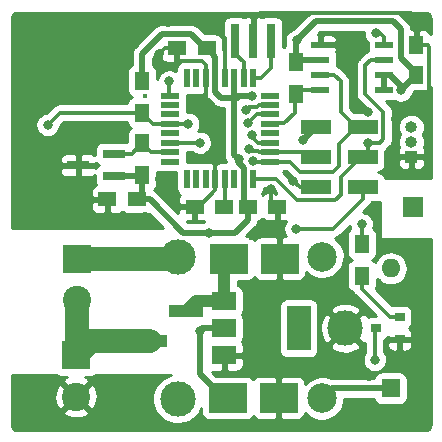
<source format=gbl>
G04 #@! TF.GenerationSoftware,KiCad,Pcbnew,no-vcs-found-44b118f~58~ubuntu16.04.1*
G04 #@! TF.CreationDate,2017-06-12T14:53:59+03:00*
G04 #@! TF.ProjectId,led_strip_actuator_node,6C65645F73747269705F616374756174,rev?*
G04 #@! TF.FileFunction,Copper,L2,Bot,Signal*
G04 #@! TF.FilePolarity,Positive*
%FSLAX46Y46*%
G04 Gerber Fmt 4.6, Leading zero omitted, Abs format (unit mm)*
G04 Created by KiCad (PCBNEW no-vcs-found-44b118f~58~ubuntu16.04.1) date Mon Jun 12 14:53:59 2017*
%MOMM*%
%LPD*%
G01*
G04 APERTURE LIST*
%ADD10C,0.100000*%
%ADD11R,3.000000X1.000000*%
%ADD12R,1.500000X1.250000*%
%ADD13R,1.250000X1.500000*%
%ADD14R,3.200000X2.500000*%
%ADD15R,2.500000X1.270000*%
%ADD16O,1.600000X1.600000*%
%ADD17R,1.600000X1.600000*%
%ADD18R,1.600000X0.550000*%
%ADD19R,0.550000X1.600000*%
%ADD20R,1.700000X1.700000*%
%ADD21R,0.900000X0.800000*%
%ADD22R,1.300000X1.500000*%
%ADD23C,2.500000*%
%ADD24C,3.000000*%
%ADD25R,1.550000X0.600000*%
%ADD26R,1.900000X0.800000*%
%ADD27R,2.000000X1.500000*%
%ADD28R,2.000000X3.800000*%
%ADD29R,2.400000X2.400000*%
%ADD30C,2.400000*%
%ADD31R,0.800000X3.000000*%
%ADD32O,1.000000X1.000000*%
%ADD33R,1.000000X1.000000*%
%ADD34C,0.400000*%
%ADD35C,0.800000*%
%ADD36C,0.350000*%
%ADD37C,0.500000*%
%ADD38C,1.000000*%
%ADD39C,2.000000*%
%ADD40C,0.254000*%
G04 APERTURE END LIST*
D10*
D11*
X123600000Y-84770000D03*
X126600000Y-82230000D03*
D12*
X134350000Y-73400000D03*
X131850000Y-73400000D03*
X128350000Y-60000000D03*
X125850000Y-60000000D03*
X129850000Y-73400000D03*
X127350000Y-73400000D03*
D13*
X146100000Y-62250000D03*
X146100000Y-59750000D03*
D12*
X119950000Y-72800000D03*
X122450000Y-72800000D03*
D14*
X130250000Y-77800000D03*
X134550000Y-77800000D03*
X134450000Y-89600000D03*
X130150000Y-89600000D03*
D15*
X141600000Y-66700000D03*
X141600000Y-69200000D03*
X141600000Y-71740000D03*
X137600000Y-71740000D03*
X137600000Y-69200000D03*
X137600000Y-66660000D03*
D16*
X143940000Y-78640000D03*
D17*
X143940000Y-88800000D03*
D18*
X125250000Y-64000000D03*
X125250000Y-64800000D03*
X125250000Y-65600000D03*
X125250000Y-66400000D03*
X125250000Y-67200000D03*
X125250000Y-68000000D03*
X125250000Y-68800000D03*
X125250000Y-69600000D03*
D19*
X126700000Y-71050000D03*
X127500000Y-71050000D03*
X128300000Y-71050000D03*
X129100000Y-71050000D03*
X129900000Y-71050000D03*
X130700000Y-71050000D03*
X131500000Y-71050000D03*
X132300000Y-71050000D03*
D18*
X133750000Y-69600000D03*
X133750000Y-68800000D03*
X133750000Y-68000000D03*
X133750000Y-67200000D03*
X133750000Y-66400000D03*
X133750000Y-65600000D03*
X133750000Y-64800000D03*
X133750000Y-64000000D03*
D19*
X132300000Y-62550000D03*
X131500000Y-62550000D03*
X130700000Y-62550000D03*
X129900000Y-62550000D03*
X129100000Y-62550000D03*
X128300000Y-62550000D03*
X127500000Y-62550000D03*
X126700000Y-62550000D03*
D20*
X145800000Y-73400000D03*
D21*
X142700000Y-83700000D03*
X144700000Y-84650000D03*
X144700000Y-82750000D03*
D22*
X135900000Y-63850000D03*
X135900000Y-61150000D03*
X141500000Y-76550000D03*
X141500000Y-79250000D03*
X122900000Y-65450000D03*
X122900000Y-62750000D03*
X122900000Y-70750000D03*
X122900000Y-68050000D03*
D23*
X138150000Y-77650000D03*
X138150000Y-89650000D03*
D24*
X140100000Y-83700000D03*
X125900000Y-77700000D03*
X125900000Y-89700000D03*
D25*
X143400000Y-63505000D03*
X143400000Y-62235000D03*
X143400000Y-60965000D03*
X143400000Y-59695000D03*
X138000000Y-59695000D03*
X138000000Y-60965000D03*
X138000000Y-62235000D03*
X138000000Y-63505000D03*
D26*
X117500000Y-69900000D03*
X120500000Y-70850000D03*
X120500000Y-68950000D03*
D27*
X129850000Y-86000000D03*
X129850000Y-81400000D03*
X129850000Y-83700000D03*
D28*
X136150000Y-83700000D03*
D29*
X117400000Y-77800000D03*
D30*
X117400000Y-81300000D03*
X117300000Y-89500000D03*
D29*
X117300000Y-86000000D03*
D31*
X130800000Y-59400000D03*
X132300000Y-59400000D03*
X133800000Y-59400000D03*
D32*
X145700000Y-66660000D03*
X145700000Y-67930000D03*
D33*
X145700000Y-69200000D03*
D34*
X113117568Y-58027381D03*
X116117568Y-58027381D03*
X117117568Y-58027381D03*
X118117568Y-58027381D03*
X119117568Y-58027381D03*
X120117568Y-58027381D03*
X121117568Y-58027381D03*
X122117568Y-58027381D03*
X123117568Y-58027381D03*
X124117568Y-58027381D03*
X125117568Y-58027381D03*
X147117568Y-58027381D03*
X113117568Y-59027381D03*
X116117568Y-59027381D03*
X117117568Y-59027381D03*
X122117568Y-59027381D03*
X113117568Y-60027381D03*
X116117568Y-60027381D03*
X117117568Y-60027381D03*
X122117568Y-60027381D03*
X113117568Y-61027381D03*
X114117568Y-61027381D03*
X115117568Y-61027381D03*
X116117568Y-61027381D03*
X117117568Y-61027381D03*
X113117568Y-62027381D03*
X114117568Y-62027381D03*
X115117568Y-62027381D03*
X116117568Y-62027381D03*
X117117568Y-62027381D03*
X113117568Y-63027381D03*
X114117568Y-63027381D03*
X115117568Y-63027381D03*
X116117568Y-63027381D03*
X117117568Y-63027381D03*
X113117568Y-64027381D03*
X116117568Y-64027381D03*
X117117568Y-64027381D03*
X123117568Y-64027381D03*
X127117568Y-64027381D03*
X113117568Y-65027381D03*
X127117568Y-65027381D03*
X129117568Y-65027381D03*
X144117568Y-65027381D03*
X113117568Y-66027381D03*
X144117568Y-66027381D03*
X117117568Y-67027381D03*
X117117568Y-68027381D03*
X144117568Y-70027381D03*
X124117568Y-71027381D03*
X125117568Y-71027381D03*
X117117568Y-72027381D03*
X124117568Y-72027381D03*
X125117568Y-72027381D03*
X117117568Y-74027381D03*
X123117568Y-74027381D03*
X117117568Y-75027381D03*
X118117568Y-75027381D03*
X132117568Y-76027381D03*
X140117568Y-76027381D03*
X143117568Y-77027381D03*
X144117568Y-77027381D03*
X145117568Y-77027381D03*
X146117568Y-77027381D03*
X147117568Y-77027381D03*
X146117568Y-78027381D03*
X147117568Y-78027381D03*
X146117568Y-79027381D03*
X147117568Y-79027381D03*
X131117568Y-80027381D03*
X132117568Y-80027381D03*
X133117568Y-80027381D03*
X134117568Y-80027381D03*
X135117568Y-80027381D03*
X136117568Y-80027381D03*
X137117568Y-80027381D03*
X138117568Y-80027381D03*
X139117568Y-80027381D03*
X140117568Y-80027381D03*
X143117568Y-80027381D03*
X146117568Y-80027381D03*
X147117568Y-80027381D03*
X132117568Y-81027381D03*
X133117568Y-81027381D03*
X134117568Y-81027381D03*
X135117568Y-81027381D03*
X136117568Y-81027381D03*
X137117568Y-81027381D03*
X138117568Y-81027381D03*
X139117568Y-81027381D03*
X140117568Y-81027381D03*
X145117568Y-81027381D03*
X146117568Y-81027381D03*
X147117568Y-81027381D03*
X132117568Y-82027381D03*
X133117568Y-82027381D03*
X134117568Y-82027381D03*
X138117568Y-82027381D03*
X146117568Y-82027381D03*
X147117568Y-82027381D03*
X132117568Y-83027381D03*
X133117568Y-83027381D03*
X134117568Y-83027381D03*
X146117568Y-83027381D03*
X147117568Y-83027381D03*
X132117568Y-84027381D03*
X133117568Y-84027381D03*
X134117568Y-84027381D03*
X146117568Y-84027381D03*
X147117568Y-84027381D03*
X132117568Y-85027381D03*
X133117568Y-85027381D03*
X134117568Y-85027381D03*
X138117568Y-85027381D03*
X146117568Y-85027381D03*
X147117568Y-85027381D03*
X145117568Y-86027381D03*
X146117568Y-86027381D03*
X147117568Y-86027381D03*
X141117568Y-87027381D03*
X145117568Y-87027381D03*
X146117568Y-87027381D03*
X147117568Y-87027381D03*
X142117568Y-88027381D03*
X146117568Y-88027381D03*
X147117568Y-88027381D03*
X113117568Y-89027381D03*
X114117568Y-89027381D03*
X115117568Y-89027381D03*
X120117568Y-89027381D03*
X121117568Y-89027381D03*
X122117568Y-89027381D03*
X123117568Y-89027381D03*
X146117568Y-89027381D03*
X147117568Y-89027381D03*
X113117568Y-90027381D03*
X114117568Y-90027381D03*
X115117568Y-90027381D03*
X120117568Y-90027381D03*
X121117568Y-90027381D03*
X122117568Y-90027381D03*
X123117568Y-90027381D03*
X146117568Y-90027381D03*
X147117568Y-90027381D03*
X113117568Y-91027381D03*
X114117568Y-91027381D03*
X115117568Y-91027381D03*
X116117568Y-91027381D03*
X120117568Y-91027381D03*
X121117568Y-91027381D03*
X122117568Y-91027381D03*
X123117568Y-91027381D03*
X124117568Y-91027381D03*
X141117568Y-91027381D03*
X145117568Y-91027381D03*
X146117568Y-91027381D03*
X147117568Y-91027381D03*
X113117568Y-92027381D03*
X114117568Y-92027381D03*
X115117568Y-92027381D03*
X116117568Y-92027381D03*
X117117568Y-92027381D03*
X118117568Y-92027381D03*
X119117568Y-92027381D03*
X120117568Y-92027381D03*
X121117568Y-92027381D03*
X122117568Y-92027381D03*
X123117568Y-92027381D03*
X124117568Y-92027381D03*
X125117568Y-92027381D03*
X128117568Y-92027381D03*
X129117568Y-92027381D03*
X130117568Y-92027381D03*
X131117568Y-92027381D03*
X145117568Y-92027381D03*
X146117568Y-92027381D03*
X147117568Y-92027381D03*
D35*
X128400000Y-57600000D03*
X124300000Y-60500000D03*
X142000000Y-65364998D03*
X133800000Y-71900000D03*
X135700000Y-71200000D03*
X127800002Y-83900000D03*
X136028353Y-59328353D03*
X132225021Y-64056295D03*
X144824990Y-63556337D03*
X131075010Y-69400000D03*
X128600000Y-75600000D03*
X136500000Y-67800000D03*
X132294179Y-69549988D03*
X142000000Y-68035002D03*
X135900000Y-75300000D03*
X114900000Y-66500000D03*
X126800000Y-66400000D03*
X142700000Y-58725021D03*
X131950010Y-68505204D03*
X142600000Y-86400000D03*
X125200000Y-62800000D03*
X127775010Y-68000000D03*
X141500000Y-74900000D03*
X132216086Y-67353621D03*
X131900000Y-66300000D03*
X131700000Y-65200000D03*
D36*
X129900000Y-62550000D02*
X129900000Y-59100000D01*
X129900000Y-59100000D02*
X128400000Y-57600000D01*
X124800000Y-60000000D02*
X124300000Y-60500000D01*
X125850000Y-60000000D02*
X124800000Y-60000000D01*
X129100000Y-71050000D02*
X129100000Y-67000000D01*
X129100000Y-67000000D02*
X128300000Y-66200000D01*
X128300000Y-66200000D02*
X128300000Y-62550000D01*
X138000000Y-59695000D02*
X139125000Y-59695000D01*
X139125000Y-59695000D02*
X140800000Y-61370000D01*
X140800000Y-61370000D02*
X140800000Y-64164998D01*
X140800000Y-64164998D02*
X142000000Y-65364998D01*
X146100000Y-57400000D02*
X146100000Y-59750000D01*
X132300000Y-59400000D02*
X132300000Y-57550000D01*
X132300000Y-57550000D02*
X132850000Y-57000000D01*
X132850000Y-57000000D02*
X145700000Y-57000000D01*
X145700000Y-57000000D02*
X146100000Y-57400000D01*
X146100000Y-59750000D02*
X147075000Y-59750000D01*
X147075000Y-59750000D02*
X147200001Y-59875001D01*
X147200001Y-59875001D02*
X147200001Y-68899999D01*
X147200001Y-68899999D02*
X146900000Y-69200000D01*
X146900000Y-69200000D02*
X145700000Y-69200000D01*
X129100000Y-71050000D02*
X129100000Y-72000000D01*
X129100000Y-72000000D02*
X127700000Y-73400000D01*
X127700000Y-73400000D02*
X127475000Y-73400000D01*
X127475000Y-73400000D02*
X127350000Y-73400000D01*
X133800000Y-71900000D02*
X133800000Y-72850000D01*
X133800000Y-72850000D02*
X134350000Y-73400000D01*
X137600000Y-71740000D02*
X136240000Y-71740000D01*
X136240000Y-71740000D02*
X135700000Y-71200000D01*
X128300000Y-62550000D02*
X128300000Y-61400000D01*
X128300000Y-61400000D02*
X128000001Y-61100001D01*
X128000001Y-61100001D02*
X126000001Y-61100001D01*
X126000001Y-61100001D02*
X125975000Y-61075000D01*
X125975000Y-61075000D02*
X125975000Y-60000000D01*
X125975000Y-60000000D02*
X125850000Y-60000000D01*
D37*
X127800002Y-87600002D02*
X127800002Y-83900000D01*
X129800000Y-89600000D02*
X127800002Y-87600002D01*
X128000002Y-83700000D02*
X127800002Y-83900000D01*
X129850000Y-83700000D02*
X128000002Y-83700000D01*
X130150000Y-89600000D02*
X129800000Y-89600000D01*
X135900000Y-59456706D02*
X136028353Y-59328353D01*
X135900000Y-61150000D02*
X135900000Y-59456706D01*
X144125011Y-57725011D02*
X137631695Y-57725011D01*
X144800000Y-58400000D02*
X144125011Y-57725011D01*
X146100000Y-62125000D02*
X144800000Y-60825000D01*
X144800000Y-60825000D02*
X144800000Y-58400000D01*
X137631695Y-57725011D02*
X136028353Y-59328353D01*
X146100000Y-62250000D02*
X146100000Y-62125000D01*
X130918887Y-64168889D02*
X131031481Y-64056295D01*
X131031481Y-64056295D02*
X132225021Y-64056295D01*
X127049999Y-58824999D02*
X128225000Y-60000000D01*
X124568997Y-58824999D02*
X127049999Y-58824999D01*
X128225000Y-60000000D02*
X128350000Y-60000000D01*
X122900000Y-60493996D02*
X124568997Y-58824999D01*
X122900000Y-62750000D02*
X122900000Y-60493996D01*
X130918887Y-64168889D02*
X130675011Y-64412765D01*
X130675011Y-64412765D02*
X130675011Y-69000001D01*
X130675011Y-69000001D02*
X131075010Y-69400000D01*
X130918887Y-64168889D02*
X130700000Y-64168889D01*
X130700000Y-64168889D02*
X129568889Y-64168889D01*
X129100000Y-63700000D02*
X129100000Y-62550000D01*
X129568889Y-64168889D02*
X129100000Y-63700000D01*
X130700000Y-62550000D02*
X130700000Y-64168889D01*
X144824990Y-63556337D02*
X144824990Y-63525010D01*
X144824990Y-63525010D02*
X146100000Y-62250000D01*
X144824990Y-63184990D02*
X144824990Y-63556337D01*
X143400000Y-62235000D02*
X143875000Y-62235000D01*
X143875000Y-62235000D02*
X144824990Y-63184990D01*
X128600000Y-75600000D02*
X126350000Y-75600000D01*
X126350000Y-75600000D02*
X123550000Y-72800000D01*
X131850000Y-73400000D02*
X131850000Y-74525000D01*
X131850000Y-74525000D02*
X130775000Y-75600000D01*
X130775000Y-75600000D02*
X128600000Y-75600000D01*
X131000000Y-69400000D02*
X131075010Y-69400000D01*
X122450000Y-72800000D02*
X123550000Y-72800000D01*
X131725000Y-73400000D02*
X131850000Y-73400000D01*
X131000000Y-69400000D02*
X131000000Y-69595002D01*
X137600000Y-66660000D02*
X137600000Y-66700000D01*
X137600000Y-66700000D02*
X136500000Y-67800000D01*
X131000000Y-69595002D02*
X131500000Y-70095002D01*
X131500000Y-70095002D02*
X131500000Y-71050000D01*
X129100000Y-62550000D02*
X129100000Y-60750000D01*
X129100000Y-60750000D02*
X128350000Y-60000000D01*
X143400000Y-62235000D02*
X143400000Y-63505000D01*
X138000000Y-60965000D02*
X136085000Y-60965000D01*
X136085000Y-60965000D02*
X135900000Y-61150000D01*
X131500000Y-71050000D02*
X131500000Y-73050000D01*
X131500000Y-73050000D02*
X131850000Y-73400000D01*
X120500000Y-70850000D02*
X122800000Y-70850000D01*
X122800000Y-70850000D02*
X122900000Y-70750000D01*
X122900000Y-70750000D02*
X122900000Y-72350000D01*
X122900000Y-72350000D02*
X122450000Y-72800000D01*
D36*
X129900000Y-71050000D02*
X129900000Y-73000000D01*
X129900000Y-73000000D02*
X129500000Y-73400000D01*
D38*
X129850000Y-81400000D02*
X129850000Y-78200000D01*
X129850000Y-78200000D02*
X130250000Y-77800000D01*
X129850000Y-81400000D02*
X127430000Y-81400000D01*
X127430000Y-81400000D02*
X126600000Y-82230000D01*
D36*
X138000000Y-62235000D02*
X139125000Y-62235000D01*
X139125000Y-62235000D02*
X139700000Y-62810000D01*
X139700000Y-62810000D02*
X139700000Y-65415000D01*
X139700000Y-65415000D02*
X140985000Y-66700000D01*
X132344191Y-69600000D02*
X132294179Y-69549988D01*
X133750000Y-69600000D02*
X132344191Y-69600000D01*
X140985000Y-66700000D02*
X141600000Y-66700000D01*
X139600000Y-68085000D02*
X140985000Y-66700000D01*
X139600000Y-69940002D02*
X139600000Y-68085000D01*
X139040002Y-70500000D02*
X139600000Y-69940002D01*
X136295004Y-70500000D02*
X139040002Y-70500000D01*
X135395004Y-69600000D02*
X136295004Y-70500000D01*
X133750000Y-69600000D02*
X135395004Y-69600000D01*
X143400000Y-60965000D02*
X142275000Y-60965000D01*
X142275000Y-60965000D02*
X141800000Y-61440000D01*
X141800000Y-61440000D02*
X141800000Y-63869994D01*
X141800000Y-63869994D02*
X143325001Y-65394995D01*
X143325001Y-65394995D02*
X143325001Y-67715001D01*
X143325001Y-67715001D02*
X143005000Y-68035002D01*
X143005000Y-68035002D02*
X142000000Y-68035002D01*
X139700000Y-70899998D02*
X141399998Y-69200000D01*
X139700000Y-72380002D02*
X139700000Y-70899998D01*
X136045003Y-72850001D02*
X139230001Y-72850001D01*
X134220001Y-71024999D02*
X136045003Y-72850001D01*
X132950001Y-71024999D02*
X134220001Y-71024999D01*
X132925000Y-71050000D02*
X132950001Y-71024999D01*
X141399998Y-69200000D02*
X141600000Y-69200000D01*
X139230001Y-72850001D02*
X139700000Y-72380002D01*
X132300000Y-71050000D02*
X132925000Y-71050000D01*
X142215000Y-69200000D02*
X141600000Y-69200000D01*
X142000000Y-68035002D02*
X142000000Y-68800000D01*
X142000000Y-68800000D02*
X141600000Y-69200000D01*
X139025000Y-75300000D02*
X135900000Y-75300000D01*
X141600000Y-72725000D02*
X139025000Y-75300000D01*
X141600000Y-71740000D02*
X141600000Y-72725000D01*
X122900000Y-65450000D02*
X115950000Y-65450000D01*
X115950000Y-65450000D02*
X114900000Y-66500000D01*
X126800000Y-66400000D02*
X125250000Y-66400000D01*
X125250000Y-66400000D02*
X123850000Y-66400000D01*
X123850000Y-66400000D02*
X122900000Y-65450000D01*
X143080021Y-58725021D02*
X142700000Y-58725021D01*
X143400000Y-59045000D02*
X143080021Y-58725021D01*
X143400000Y-59695000D02*
X143400000Y-59045000D01*
X132693614Y-68674985D02*
X132119791Y-68674985D01*
X133750000Y-68800000D02*
X132818629Y-68800000D01*
X132818629Y-68800000D02*
X132693614Y-68674985D01*
X132119791Y-68674985D02*
X131950010Y-68505204D01*
X137200000Y-68800000D02*
X137600000Y-69200000D01*
X133750000Y-68800000D02*
X137200000Y-68800000D01*
X142600000Y-86400000D02*
X142600000Y-83800000D01*
X142600000Y-83800000D02*
X142700000Y-83700000D01*
X125200000Y-62800000D02*
X125200000Y-63950000D01*
X125200000Y-63950000D02*
X125250000Y-64000000D01*
X125250000Y-68000000D02*
X127775010Y-68000000D01*
X141500000Y-76550000D02*
X141500000Y-74900000D01*
X120500000Y-68950000D02*
X122000000Y-68950000D01*
X122000000Y-68950000D02*
X122900000Y-68050000D01*
X125250000Y-68800000D02*
X123650000Y-68800000D01*
X123650000Y-68800000D02*
X122900000Y-68050000D01*
X132216086Y-67478533D02*
X132216086Y-67353621D01*
X132737553Y-68000000D02*
X132216086Y-67478533D01*
X133750000Y-68000000D02*
X132737553Y-68000000D01*
X133750000Y-66400000D02*
X133799999Y-66350001D01*
X133799999Y-66350001D02*
X134930001Y-66350001D01*
X134930001Y-66350001D02*
X135800000Y-65480002D01*
X135800000Y-65480002D02*
X135800000Y-63950000D01*
X135800000Y-63950000D02*
X135900000Y-63850000D01*
X138000000Y-63505000D02*
X136245000Y-63505000D01*
X136245000Y-63505000D02*
X135900000Y-63850000D01*
X132300000Y-62550000D02*
X132925000Y-62550000D01*
X132925000Y-62550000D02*
X133800000Y-61675000D01*
X133800000Y-61675000D02*
X133800000Y-59400000D01*
X130800000Y-59400000D02*
X130800000Y-60500000D01*
X130800000Y-60500000D02*
X131500000Y-61200000D01*
X131500000Y-61200000D02*
X131500000Y-62550000D01*
D39*
X123600000Y-84770000D02*
X118530000Y-84770000D01*
X118530000Y-84770000D02*
X117300000Y-86000000D01*
X117400000Y-81300000D02*
X117400000Y-85900000D01*
X117400000Y-85900000D02*
X117300000Y-86000000D01*
D36*
X144700000Y-82750000D02*
X143900000Y-82750000D01*
X143900000Y-82750000D02*
X141500000Y-80350000D01*
X141500000Y-80350000D02*
X141500000Y-79250000D01*
D39*
X117400000Y-77800000D02*
X125800000Y-77800000D01*
D36*
X125800000Y-77800000D02*
X125900000Y-77700000D01*
X133750000Y-65600000D02*
X132600000Y-65600000D01*
X132600000Y-65600000D02*
X131900000Y-66300000D01*
X131950011Y-64949989D02*
X131700000Y-65200000D01*
X132615696Y-64949989D02*
X131950011Y-64949989D01*
X132765685Y-64800000D02*
X132615696Y-64949989D01*
X133750000Y-64800000D02*
X132765685Y-64800000D01*
D37*
X143940000Y-88800000D02*
X139000000Y-88800000D01*
X139000000Y-88800000D02*
X138150000Y-89650000D01*
D40*
G36*
X143073000Y-76000000D02*
X143082667Y-76048601D01*
X143110197Y-76089803D01*
X143151399Y-76117333D01*
X143200000Y-76127000D01*
X147315000Y-76127000D01*
X147315000Y-91866497D01*
X147303874Y-91979969D01*
X147280650Y-92056890D01*
X147242925Y-92127841D01*
X147192142Y-92190108D01*
X147130228Y-92241327D01*
X147059547Y-92279544D01*
X146982788Y-92303306D01*
X146871521Y-92315000D01*
X112333503Y-92315000D01*
X112220031Y-92303874D01*
X112143110Y-92280650D01*
X112072159Y-92242925D01*
X112009892Y-92192142D01*
X111958673Y-92130228D01*
X111920456Y-92059547D01*
X111896694Y-91982788D01*
X111885000Y-91871521D01*
X111885000Y-90777980D01*
X116201626Y-90777980D01*
X116321514Y-91062836D01*
X116645210Y-91223699D01*
X116994069Y-91318322D01*
X117354684Y-91343067D01*
X117713198Y-91296985D01*
X118055833Y-91181846D01*
X118278486Y-91062836D01*
X118398374Y-90777980D01*
X117300000Y-89679605D01*
X116201626Y-90777980D01*
X111885000Y-90777980D01*
X111885000Y-89554684D01*
X115456933Y-89554684D01*
X115503015Y-89913198D01*
X115618154Y-90255833D01*
X115737164Y-90478486D01*
X116022020Y-90598374D01*
X117120395Y-89500000D01*
X117479605Y-89500000D01*
X118577980Y-90598374D01*
X118862836Y-90478486D01*
X119023699Y-90154790D01*
X119118322Y-89805931D01*
X119143067Y-89445316D01*
X119096985Y-89086802D01*
X118981846Y-88744167D01*
X118862836Y-88521514D01*
X118577980Y-88401626D01*
X117479605Y-89500000D01*
X117120395Y-89500000D01*
X116022020Y-88401626D01*
X115737164Y-88521514D01*
X115576301Y-88845210D01*
X115481678Y-89194069D01*
X115456933Y-89554684D01*
X111885000Y-89554684D01*
X111885000Y-87627000D01*
X115628967Y-87627000D01*
X115648815Y-87651185D01*
X115745506Y-87730537D01*
X115855820Y-87789502D01*
X115975518Y-87825812D01*
X116100000Y-87838072D01*
X116506903Y-87838072D01*
X116321514Y-87937164D01*
X116201626Y-88222020D01*
X117300000Y-89320395D01*
X118398374Y-88222020D01*
X118278486Y-87937164D01*
X118079088Y-87838072D01*
X118500000Y-87838072D01*
X118624482Y-87825812D01*
X118744180Y-87789502D01*
X118854494Y-87730537D01*
X118951185Y-87651185D01*
X118971033Y-87627000D01*
X125372681Y-87627000D01*
X125294284Y-87641955D01*
X124906077Y-87798801D01*
X124555728Y-88028063D01*
X124256582Y-88321008D01*
X124020033Y-88666479D01*
X123855091Y-89051317D01*
X123768040Y-89460862D01*
X123762194Y-89879517D01*
X123837776Y-90291333D01*
X123991908Y-90680626D01*
X124218719Y-91032567D01*
X124509569Y-91333751D01*
X124853380Y-91572706D01*
X125237057Y-91740330D01*
X125645984Y-91830239D01*
X126064588Y-91839007D01*
X126476922Y-91766302D01*
X126867281Y-91614891D01*
X127220797Y-91390543D01*
X127524004Y-91101803D01*
X127765354Y-90759668D01*
X127911928Y-90430456D01*
X127911928Y-90850000D01*
X127924188Y-90974482D01*
X127960498Y-91094180D01*
X128019463Y-91204494D01*
X128098815Y-91301185D01*
X128195506Y-91380537D01*
X128305820Y-91439502D01*
X128425518Y-91475812D01*
X128550000Y-91488072D01*
X131750000Y-91488072D01*
X131874482Y-91475812D01*
X131994180Y-91439502D01*
X132104494Y-91380537D01*
X132201185Y-91301185D01*
X132280537Y-91204494D01*
X132299479Y-91169057D01*
X132356763Y-91254789D01*
X132445211Y-91343237D01*
X132549215Y-91412730D01*
X132664777Y-91460597D01*
X132787458Y-91485000D01*
X134164250Y-91485000D01*
X134323000Y-91326250D01*
X134323000Y-89727000D01*
X134303000Y-89727000D01*
X134303000Y-89473000D01*
X134323000Y-89473000D01*
X134323000Y-87873750D01*
X134577000Y-87873750D01*
X134577000Y-89473000D01*
X134597000Y-89473000D01*
X134597000Y-89727000D01*
X134577000Y-89727000D01*
X134577000Y-91326250D01*
X134735750Y-91485000D01*
X136112542Y-91485000D01*
X136235223Y-91460597D01*
X136350785Y-91412730D01*
X136454789Y-91343237D01*
X136543237Y-91254789D01*
X136612730Y-91150785D01*
X136660597Y-91035223D01*
X136685000Y-90912542D01*
X136685000Y-90846629D01*
X136922382Y-91092446D01*
X137225935Y-91303420D01*
X137564684Y-91451416D01*
X137925729Y-91530797D01*
X138295315Y-91538539D01*
X138659367Y-91474346D01*
X139004017Y-91340666D01*
X139316137Y-91142588D01*
X139583840Y-90887658D01*
X139796929Y-90585586D01*
X139947286Y-90247877D01*
X140029185Y-89887396D01*
X140032011Y-89685000D01*
X142510299Y-89685000D01*
X142514188Y-89724482D01*
X142550498Y-89844180D01*
X142609463Y-89954494D01*
X142688815Y-90051185D01*
X142785506Y-90130537D01*
X142895820Y-90189502D01*
X143015518Y-90225812D01*
X143140000Y-90238072D01*
X144740000Y-90238072D01*
X144864482Y-90225812D01*
X144984180Y-90189502D01*
X145094494Y-90130537D01*
X145191185Y-90051185D01*
X145270537Y-89954494D01*
X145329502Y-89844180D01*
X145365812Y-89724482D01*
X145378072Y-89600000D01*
X145378072Y-88000000D01*
X145365812Y-87875518D01*
X145329502Y-87755820D01*
X145270537Y-87645506D01*
X145191185Y-87548815D01*
X145094494Y-87469463D01*
X144984180Y-87410498D01*
X144864482Y-87374188D01*
X144740000Y-87361928D01*
X143140000Y-87361928D01*
X143015518Y-87374188D01*
X142895820Y-87410498D01*
X142785506Y-87469463D01*
X142688815Y-87548815D01*
X142609463Y-87645506D01*
X142550498Y-87755820D01*
X142514188Y-87875518D01*
X142510299Y-87915000D01*
X139000000Y-87915000D01*
X138918685Y-87922973D01*
X138908265Y-87923885D01*
X138710107Y-87840587D01*
X138347990Y-87766255D01*
X137978331Y-87763674D01*
X137615211Y-87832943D01*
X137272461Y-87971423D01*
X136963137Y-88173840D01*
X136699019Y-88432482D01*
X136685000Y-88452956D01*
X136685000Y-88287458D01*
X136660597Y-88164777D01*
X136612730Y-88049215D01*
X136543237Y-87945211D01*
X136454789Y-87856763D01*
X136350785Y-87787270D01*
X136235223Y-87739403D01*
X136112542Y-87715000D01*
X134735750Y-87715000D01*
X134577000Y-87873750D01*
X134323000Y-87873750D01*
X134164250Y-87715000D01*
X132787458Y-87715000D01*
X132664777Y-87739403D01*
X132549215Y-87787270D01*
X132445211Y-87856763D01*
X132356763Y-87945211D01*
X132299479Y-88030943D01*
X132280537Y-87995506D01*
X132201185Y-87898815D01*
X132104494Y-87819463D01*
X131994180Y-87760498D01*
X131874482Y-87724188D01*
X131750000Y-87711928D01*
X129163508Y-87711928D01*
X128836580Y-87385000D01*
X129564250Y-87385000D01*
X129723000Y-87226250D01*
X129723000Y-86127000D01*
X129977000Y-86127000D01*
X129977000Y-87226250D01*
X130135750Y-87385000D01*
X130912542Y-87385000D01*
X131035223Y-87360597D01*
X131150785Y-87312730D01*
X131254789Y-87243237D01*
X131343237Y-87154789D01*
X131412730Y-87050785D01*
X131460597Y-86935223D01*
X131485000Y-86812542D01*
X131485000Y-86285750D01*
X131326250Y-86127000D01*
X129977000Y-86127000D01*
X129723000Y-86127000D01*
X129703000Y-86127000D01*
X129703000Y-85873000D01*
X129723000Y-85873000D01*
X129723000Y-85853000D01*
X129977000Y-85853000D01*
X129977000Y-85873000D01*
X131326250Y-85873000D01*
X131485000Y-85714250D01*
X131485000Y-85187458D01*
X131460597Y-85064777D01*
X131412730Y-84949215D01*
X131344980Y-84847820D01*
X131380537Y-84804494D01*
X131439502Y-84694180D01*
X131475812Y-84574482D01*
X131488072Y-84450000D01*
X131488072Y-82950000D01*
X131475812Y-82825518D01*
X131439502Y-82705820D01*
X131380537Y-82595506D01*
X131343191Y-82550000D01*
X131380537Y-82504494D01*
X131439502Y-82394180D01*
X131475812Y-82274482D01*
X131488072Y-82150000D01*
X131488072Y-81800000D01*
X134511928Y-81800000D01*
X134511928Y-85600000D01*
X134524188Y-85724482D01*
X134560498Y-85844180D01*
X134619463Y-85954494D01*
X134698815Y-86051185D01*
X134795506Y-86130537D01*
X134905820Y-86189502D01*
X135025518Y-86225812D01*
X135150000Y-86238072D01*
X137150000Y-86238072D01*
X137274482Y-86225812D01*
X137394180Y-86189502D01*
X137504494Y-86130537D01*
X137601185Y-86051185D01*
X137680537Y-85954494D01*
X137739502Y-85844180D01*
X137775812Y-85724482D01*
X137788072Y-85600000D01*
X137788072Y-85191653D01*
X138787952Y-85191653D01*
X138943962Y-85507214D01*
X139318745Y-85698020D01*
X139723551Y-85812044D01*
X140142824Y-85844902D01*
X140560451Y-85795334D01*
X140960383Y-85665243D01*
X141256038Y-85507214D01*
X141412048Y-85191653D01*
X140100000Y-83879605D01*
X138787952Y-85191653D01*
X137788072Y-85191653D01*
X137788072Y-83742824D01*
X137955098Y-83742824D01*
X138004666Y-84160451D01*
X138134757Y-84560383D01*
X138292786Y-84856038D01*
X138608347Y-85012048D01*
X139920395Y-83700000D01*
X138608347Y-82387952D01*
X138292786Y-82543962D01*
X138101980Y-82918745D01*
X137987956Y-83323551D01*
X137955098Y-83742824D01*
X137788072Y-83742824D01*
X137788072Y-82208347D01*
X138787952Y-82208347D01*
X140100000Y-83520395D01*
X141412048Y-82208347D01*
X141256038Y-81892786D01*
X140881255Y-81701980D01*
X140476449Y-81587956D01*
X140057176Y-81555098D01*
X139639549Y-81604666D01*
X139239617Y-81734757D01*
X138943962Y-81892786D01*
X138787952Y-82208347D01*
X137788072Y-82208347D01*
X137788072Y-81800000D01*
X137775812Y-81675518D01*
X137739502Y-81555820D01*
X137680537Y-81445506D01*
X137601185Y-81348815D01*
X137504494Y-81269463D01*
X137394180Y-81210498D01*
X137274482Y-81174188D01*
X137150000Y-81161928D01*
X135150000Y-81161928D01*
X135025518Y-81174188D01*
X134905820Y-81210498D01*
X134795506Y-81269463D01*
X134698815Y-81348815D01*
X134619463Y-81445506D01*
X134560498Y-81555820D01*
X134524188Y-81675518D01*
X134511928Y-81800000D01*
X131488072Y-81800000D01*
X131488072Y-80650000D01*
X131475812Y-80525518D01*
X131439502Y-80405820D01*
X131380537Y-80295506D01*
X131301185Y-80198815D01*
X131204494Y-80119463D01*
X131094180Y-80060498D01*
X130985000Y-80027379D01*
X130985000Y-79688072D01*
X131850000Y-79688072D01*
X131974482Y-79675812D01*
X132094180Y-79639502D01*
X132204494Y-79580537D01*
X132301185Y-79501185D01*
X132380537Y-79404494D01*
X132399479Y-79369057D01*
X132456763Y-79454789D01*
X132545211Y-79543237D01*
X132649215Y-79612730D01*
X132764777Y-79660597D01*
X132887458Y-79685000D01*
X134264250Y-79685000D01*
X134423000Y-79526250D01*
X134423000Y-77927000D01*
X134403000Y-77927000D01*
X134403000Y-77673000D01*
X134423000Y-77673000D01*
X134423000Y-76073750D01*
X134264250Y-75915000D01*
X132887458Y-75915000D01*
X132764777Y-75939403D01*
X132649215Y-75987270D01*
X132545211Y-76056763D01*
X132456763Y-76145211D01*
X132399479Y-76230943D01*
X132380537Y-76195506D01*
X132301185Y-76098815D01*
X132204494Y-76019463D01*
X132094180Y-75960498D01*
X131974482Y-75924188D01*
X131850000Y-75911928D01*
X131714652Y-75911928D01*
X132475790Y-75150789D01*
X132527677Y-75087620D01*
X132580225Y-75024996D01*
X132582468Y-75020916D01*
X132585421Y-75017321D01*
X132624032Y-74945313D01*
X132663435Y-74873639D01*
X132664843Y-74869200D01*
X132667041Y-74865101D01*
X132690927Y-74786974D01*
X132715661Y-74709002D01*
X132716180Y-74704374D01*
X132717540Y-74699926D01*
X132722509Y-74651006D01*
X132724482Y-74650812D01*
X132844180Y-74614502D01*
X132954494Y-74555537D01*
X133051185Y-74476185D01*
X133098908Y-74418034D01*
X133106763Y-74429789D01*
X133195211Y-74518237D01*
X133299215Y-74587730D01*
X133414777Y-74635597D01*
X133537458Y-74660000D01*
X134064250Y-74660000D01*
X134223000Y-74501250D01*
X134223000Y-73527000D01*
X134203000Y-73527000D01*
X134203000Y-73273000D01*
X134223000Y-73273000D01*
X134223000Y-73253000D01*
X134477000Y-73253000D01*
X134477000Y-73273000D01*
X134497000Y-73273000D01*
X134497000Y-73527000D01*
X134477000Y-73527000D01*
X134477000Y-74501250D01*
X134635750Y-74660000D01*
X135083791Y-74660000D01*
X134988634Y-74798972D01*
X134908674Y-74985533D01*
X134866473Y-75184071D01*
X134863639Y-75387026D01*
X134900280Y-75586665D01*
X134975000Y-75775386D01*
X135064975Y-75915000D01*
X134835750Y-75915000D01*
X134677000Y-76073750D01*
X134677000Y-77673000D01*
X134697000Y-77673000D01*
X134697000Y-77927000D01*
X134677000Y-77927000D01*
X134677000Y-79526250D01*
X134835750Y-79685000D01*
X136212542Y-79685000D01*
X136335223Y-79660597D01*
X136450785Y-79612730D01*
X136554789Y-79543237D01*
X136643237Y-79454789D01*
X136712730Y-79350785D01*
X136760597Y-79235223D01*
X136785000Y-79112542D01*
X136785000Y-78950182D01*
X136922382Y-79092446D01*
X137225935Y-79303420D01*
X137564684Y-79451416D01*
X137925729Y-79530797D01*
X138295315Y-79538539D01*
X138659367Y-79474346D01*
X139004017Y-79340666D01*
X139316137Y-79142588D01*
X139583840Y-78887658D01*
X139796929Y-78585586D01*
X139947286Y-78247877D01*
X140029185Y-77887396D01*
X140035081Y-77465166D01*
X139963279Y-77102539D01*
X139822410Y-76760764D01*
X139617839Y-76452860D01*
X139357358Y-76190555D01*
X139204940Y-76087747D01*
X139253962Y-76072947D01*
X139325808Y-76052074D01*
X139329593Y-76050112D01*
X139333667Y-76048882D01*
X139399689Y-76013777D01*
X139466158Y-75979323D01*
X139469488Y-75976665D01*
X139473247Y-75974666D01*
X139531225Y-75927380D01*
X139589704Y-75880697D01*
X139595627Y-75874855D01*
X139595754Y-75874752D01*
X139595851Y-75874635D01*
X139597756Y-75872756D01*
X140466717Y-75003796D01*
X140500280Y-75186665D01*
X140526502Y-75252895D01*
X140495506Y-75269463D01*
X140398815Y-75348815D01*
X140319463Y-75445506D01*
X140260498Y-75555820D01*
X140224188Y-75675518D01*
X140211928Y-75800000D01*
X140211928Y-77300000D01*
X140224188Y-77424482D01*
X140260498Y-77544180D01*
X140319463Y-77654494D01*
X140398815Y-77751185D01*
X140495506Y-77830537D01*
X140605820Y-77889502D01*
X140640427Y-77900000D01*
X140605820Y-77910498D01*
X140495506Y-77969463D01*
X140398815Y-78048815D01*
X140319463Y-78145506D01*
X140260498Y-78255820D01*
X140224188Y-78375518D01*
X140211928Y-78500000D01*
X140211928Y-80000000D01*
X140224188Y-80124482D01*
X140260498Y-80244180D01*
X140319463Y-80354494D01*
X140398815Y-80451185D01*
X140495506Y-80530537D01*
X140605820Y-80589502D01*
X140725518Y-80625812D01*
X140741110Y-80627348D01*
X140747926Y-80650808D01*
X140749888Y-80654593D01*
X140751118Y-80658667D01*
X140786223Y-80724689D01*
X140820677Y-80791158D01*
X140823335Y-80794488D01*
X140825334Y-80798247D01*
X140872620Y-80856225D01*
X140919303Y-80914704D01*
X140925145Y-80920627D01*
X140925248Y-80920754D01*
X140925365Y-80920851D01*
X140927244Y-80922756D01*
X142666415Y-82661928D01*
X142250000Y-82661928D01*
X142125518Y-82674188D01*
X142005820Y-82710498D01*
X141998360Y-82714486D01*
X141907214Y-82543962D01*
X141591653Y-82387952D01*
X140279605Y-83700000D01*
X141591653Y-85012048D01*
X141790000Y-84913987D01*
X141790000Y-85750932D01*
X141688634Y-85898972D01*
X141608674Y-86085533D01*
X141566473Y-86284071D01*
X141563639Y-86487026D01*
X141600280Y-86686665D01*
X141675000Y-86875386D01*
X141784953Y-87045999D01*
X141925950Y-87192006D01*
X142092622Y-87307846D01*
X142278620Y-87389106D01*
X142476859Y-87432692D01*
X142679788Y-87436943D01*
X142879679Y-87401697D01*
X143068916Y-87328296D01*
X143240293Y-87219537D01*
X143387281Y-87079563D01*
X143504282Y-86913703D01*
X143586839Y-86728278D01*
X143631807Y-86530348D01*
X143635044Y-86298513D01*
X143595620Y-86099405D01*
X143518273Y-85911746D01*
X143410000Y-85748783D01*
X143410000Y-84935750D01*
X143615000Y-84935750D01*
X143615000Y-85112542D01*
X143639403Y-85235223D01*
X143687270Y-85350785D01*
X143756763Y-85454789D01*
X143845211Y-85543237D01*
X143949215Y-85612730D01*
X144064777Y-85660597D01*
X144187458Y-85685000D01*
X144414250Y-85685000D01*
X144573000Y-85526250D01*
X144573000Y-84777000D01*
X144827000Y-84777000D01*
X144827000Y-85526250D01*
X144985750Y-85685000D01*
X145212542Y-85685000D01*
X145335223Y-85660597D01*
X145450785Y-85612730D01*
X145554789Y-85543237D01*
X145643237Y-85454789D01*
X145712730Y-85350785D01*
X145760597Y-85235223D01*
X145785000Y-85112542D01*
X145785000Y-84935750D01*
X145626250Y-84777000D01*
X144827000Y-84777000D01*
X144573000Y-84777000D01*
X143773750Y-84777000D01*
X143615000Y-84935750D01*
X143410000Y-84935750D01*
X143410000Y-84681046D01*
X143504494Y-84630537D01*
X143601185Y-84551185D01*
X143680537Y-84454494D01*
X143689143Y-84438393D01*
X143773750Y-84523000D01*
X144573000Y-84523000D01*
X144573000Y-84503000D01*
X144827000Y-84503000D01*
X144827000Y-84523000D01*
X145626250Y-84523000D01*
X145785000Y-84364250D01*
X145785000Y-84187458D01*
X145760597Y-84064777D01*
X145712730Y-83949215D01*
X145643237Y-83845211D01*
X145554789Y-83756763D01*
X145469057Y-83699479D01*
X145504494Y-83680537D01*
X145601185Y-83601185D01*
X145680537Y-83504494D01*
X145739502Y-83394180D01*
X145775812Y-83274482D01*
X145788072Y-83150000D01*
X145788072Y-82350000D01*
X145775812Y-82225518D01*
X145739502Y-82105820D01*
X145680537Y-81995506D01*
X145601185Y-81898815D01*
X145504494Y-81819463D01*
X145394180Y-81760498D01*
X145274482Y-81724188D01*
X145150000Y-81711928D01*
X144250000Y-81711928D01*
X144125518Y-81724188D01*
X144044329Y-81748816D01*
X142666775Y-80371263D01*
X142680537Y-80354494D01*
X142739502Y-80244180D01*
X142775812Y-80124482D01*
X142788072Y-80000000D01*
X142788072Y-79494168D01*
X142921766Y-79658093D01*
X143137558Y-79836612D01*
X143383915Y-79969817D01*
X143651453Y-80052633D01*
X143929982Y-80081908D01*
X144208892Y-80056525D01*
X144477560Y-79977452D01*
X144725753Y-79847700D01*
X144944017Y-79672211D01*
X145124038Y-79457671D01*
X145258959Y-79212250D01*
X145343642Y-78945296D01*
X145374860Y-78666979D01*
X145375000Y-78646943D01*
X145375000Y-78633057D01*
X145347671Y-78354331D01*
X145266724Y-78086221D01*
X145135242Y-77838940D01*
X144958234Y-77621907D01*
X144742442Y-77443388D01*
X144496085Y-77310183D01*
X144228547Y-77227367D01*
X143950018Y-77198092D01*
X143671108Y-77223475D01*
X143402440Y-77302548D01*
X143154247Y-77432300D01*
X142935983Y-77607789D01*
X142755962Y-77822329D01*
X142621041Y-78067750D01*
X142619838Y-78071543D01*
X142601185Y-78048815D01*
X142504494Y-77969463D01*
X142394180Y-77910498D01*
X142359573Y-77900000D01*
X142394180Y-77889502D01*
X142504494Y-77830537D01*
X142601185Y-77751185D01*
X142680537Y-77654494D01*
X142739502Y-77544180D01*
X142775812Y-77424482D01*
X142788072Y-77300000D01*
X142788072Y-75800000D01*
X142775812Y-75675518D01*
X142739502Y-75555820D01*
X142680537Y-75445506D01*
X142601185Y-75348815D01*
X142504494Y-75269463D01*
X142475421Y-75253923D01*
X142486839Y-75228278D01*
X142531807Y-75030348D01*
X142535044Y-74798513D01*
X142495620Y-74599405D01*
X142418273Y-74411746D01*
X142305948Y-74242684D01*
X142162926Y-74098660D01*
X141994653Y-73985158D01*
X141807539Y-73906503D01*
X141608710Y-73865689D01*
X141604851Y-73865662D01*
X142172757Y-73297756D01*
X142220263Y-73239921D01*
X142268342Y-73182623D01*
X142270393Y-73178892D01*
X142273098Y-73175599D01*
X142308447Y-73109672D01*
X142344500Y-73044093D01*
X142345789Y-73040030D01*
X142347800Y-73036279D01*
X142354895Y-73013072D01*
X142850000Y-73013072D01*
X142974482Y-73000812D01*
X143073000Y-72970927D01*
X143073000Y-76000000D01*
X143073000Y-76000000D01*
G37*
X143073000Y-76000000D02*
X143082667Y-76048601D01*
X143110197Y-76089803D01*
X143151399Y-76117333D01*
X143200000Y-76127000D01*
X147315000Y-76127000D01*
X147315000Y-91866497D01*
X147303874Y-91979969D01*
X147280650Y-92056890D01*
X147242925Y-92127841D01*
X147192142Y-92190108D01*
X147130228Y-92241327D01*
X147059547Y-92279544D01*
X146982788Y-92303306D01*
X146871521Y-92315000D01*
X112333503Y-92315000D01*
X112220031Y-92303874D01*
X112143110Y-92280650D01*
X112072159Y-92242925D01*
X112009892Y-92192142D01*
X111958673Y-92130228D01*
X111920456Y-92059547D01*
X111896694Y-91982788D01*
X111885000Y-91871521D01*
X111885000Y-90777980D01*
X116201626Y-90777980D01*
X116321514Y-91062836D01*
X116645210Y-91223699D01*
X116994069Y-91318322D01*
X117354684Y-91343067D01*
X117713198Y-91296985D01*
X118055833Y-91181846D01*
X118278486Y-91062836D01*
X118398374Y-90777980D01*
X117300000Y-89679605D01*
X116201626Y-90777980D01*
X111885000Y-90777980D01*
X111885000Y-89554684D01*
X115456933Y-89554684D01*
X115503015Y-89913198D01*
X115618154Y-90255833D01*
X115737164Y-90478486D01*
X116022020Y-90598374D01*
X117120395Y-89500000D01*
X117479605Y-89500000D01*
X118577980Y-90598374D01*
X118862836Y-90478486D01*
X119023699Y-90154790D01*
X119118322Y-89805931D01*
X119143067Y-89445316D01*
X119096985Y-89086802D01*
X118981846Y-88744167D01*
X118862836Y-88521514D01*
X118577980Y-88401626D01*
X117479605Y-89500000D01*
X117120395Y-89500000D01*
X116022020Y-88401626D01*
X115737164Y-88521514D01*
X115576301Y-88845210D01*
X115481678Y-89194069D01*
X115456933Y-89554684D01*
X111885000Y-89554684D01*
X111885000Y-87627000D01*
X115628967Y-87627000D01*
X115648815Y-87651185D01*
X115745506Y-87730537D01*
X115855820Y-87789502D01*
X115975518Y-87825812D01*
X116100000Y-87838072D01*
X116506903Y-87838072D01*
X116321514Y-87937164D01*
X116201626Y-88222020D01*
X117300000Y-89320395D01*
X118398374Y-88222020D01*
X118278486Y-87937164D01*
X118079088Y-87838072D01*
X118500000Y-87838072D01*
X118624482Y-87825812D01*
X118744180Y-87789502D01*
X118854494Y-87730537D01*
X118951185Y-87651185D01*
X118971033Y-87627000D01*
X125372681Y-87627000D01*
X125294284Y-87641955D01*
X124906077Y-87798801D01*
X124555728Y-88028063D01*
X124256582Y-88321008D01*
X124020033Y-88666479D01*
X123855091Y-89051317D01*
X123768040Y-89460862D01*
X123762194Y-89879517D01*
X123837776Y-90291333D01*
X123991908Y-90680626D01*
X124218719Y-91032567D01*
X124509569Y-91333751D01*
X124853380Y-91572706D01*
X125237057Y-91740330D01*
X125645984Y-91830239D01*
X126064588Y-91839007D01*
X126476922Y-91766302D01*
X126867281Y-91614891D01*
X127220797Y-91390543D01*
X127524004Y-91101803D01*
X127765354Y-90759668D01*
X127911928Y-90430456D01*
X127911928Y-90850000D01*
X127924188Y-90974482D01*
X127960498Y-91094180D01*
X128019463Y-91204494D01*
X128098815Y-91301185D01*
X128195506Y-91380537D01*
X128305820Y-91439502D01*
X128425518Y-91475812D01*
X128550000Y-91488072D01*
X131750000Y-91488072D01*
X131874482Y-91475812D01*
X131994180Y-91439502D01*
X132104494Y-91380537D01*
X132201185Y-91301185D01*
X132280537Y-91204494D01*
X132299479Y-91169057D01*
X132356763Y-91254789D01*
X132445211Y-91343237D01*
X132549215Y-91412730D01*
X132664777Y-91460597D01*
X132787458Y-91485000D01*
X134164250Y-91485000D01*
X134323000Y-91326250D01*
X134323000Y-89727000D01*
X134303000Y-89727000D01*
X134303000Y-89473000D01*
X134323000Y-89473000D01*
X134323000Y-87873750D01*
X134577000Y-87873750D01*
X134577000Y-89473000D01*
X134597000Y-89473000D01*
X134597000Y-89727000D01*
X134577000Y-89727000D01*
X134577000Y-91326250D01*
X134735750Y-91485000D01*
X136112542Y-91485000D01*
X136235223Y-91460597D01*
X136350785Y-91412730D01*
X136454789Y-91343237D01*
X136543237Y-91254789D01*
X136612730Y-91150785D01*
X136660597Y-91035223D01*
X136685000Y-90912542D01*
X136685000Y-90846629D01*
X136922382Y-91092446D01*
X137225935Y-91303420D01*
X137564684Y-91451416D01*
X137925729Y-91530797D01*
X138295315Y-91538539D01*
X138659367Y-91474346D01*
X139004017Y-91340666D01*
X139316137Y-91142588D01*
X139583840Y-90887658D01*
X139796929Y-90585586D01*
X139947286Y-90247877D01*
X140029185Y-89887396D01*
X140032011Y-89685000D01*
X142510299Y-89685000D01*
X142514188Y-89724482D01*
X142550498Y-89844180D01*
X142609463Y-89954494D01*
X142688815Y-90051185D01*
X142785506Y-90130537D01*
X142895820Y-90189502D01*
X143015518Y-90225812D01*
X143140000Y-90238072D01*
X144740000Y-90238072D01*
X144864482Y-90225812D01*
X144984180Y-90189502D01*
X145094494Y-90130537D01*
X145191185Y-90051185D01*
X145270537Y-89954494D01*
X145329502Y-89844180D01*
X145365812Y-89724482D01*
X145378072Y-89600000D01*
X145378072Y-88000000D01*
X145365812Y-87875518D01*
X145329502Y-87755820D01*
X145270537Y-87645506D01*
X145191185Y-87548815D01*
X145094494Y-87469463D01*
X144984180Y-87410498D01*
X144864482Y-87374188D01*
X144740000Y-87361928D01*
X143140000Y-87361928D01*
X143015518Y-87374188D01*
X142895820Y-87410498D01*
X142785506Y-87469463D01*
X142688815Y-87548815D01*
X142609463Y-87645506D01*
X142550498Y-87755820D01*
X142514188Y-87875518D01*
X142510299Y-87915000D01*
X139000000Y-87915000D01*
X138918685Y-87922973D01*
X138908265Y-87923885D01*
X138710107Y-87840587D01*
X138347990Y-87766255D01*
X137978331Y-87763674D01*
X137615211Y-87832943D01*
X137272461Y-87971423D01*
X136963137Y-88173840D01*
X136699019Y-88432482D01*
X136685000Y-88452956D01*
X136685000Y-88287458D01*
X136660597Y-88164777D01*
X136612730Y-88049215D01*
X136543237Y-87945211D01*
X136454789Y-87856763D01*
X136350785Y-87787270D01*
X136235223Y-87739403D01*
X136112542Y-87715000D01*
X134735750Y-87715000D01*
X134577000Y-87873750D01*
X134323000Y-87873750D01*
X134164250Y-87715000D01*
X132787458Y-87715000D01*
X132664777Y-87739403D01*
X132549215Y-87787270D01*
X132445211Y-87856763D01*
X132356763Y-87945211D01*
X132299479Y-88030943D01*
X132280537Y-87995506D01*
X132201185Y-87898815D01*
X132104494Y-87819463D01*
X131994180Y-87760498D01*
X131874482Y-87724188D01*
X131750000Y-87711928D01*
X129163508Y-87711928D01*
X128836580Y-87385000D01*
X129564250Y-87385000D01*
X129723000Y-87226250D01*
X129723000Y-86127000D01*
X129977000Y-86127000D01*
X129977000Y-87226250D01*
X130135750Y-87385000D01*
X130912542Y-87385000D01*
X131035223Y-87360597D01*
X131150785Y-87312730D01*
X131254789Y-87243237D01*
X131343237Y-87154789D01*
X131412730Y-87050785D01*
X131460597Y-86935223D01*
X131485000Y-86812542D01*
X131485000Y-86285750D01*
X131326250Y-86127000D01*
X129977000Y-86127000D01*
X129723000Y-86127000D01*
X129703000Y-86127000D01*
X129703000Y-85873000D01*
X129723000Y-85873000D01*
X129723000Y-85853000D01*
X129977000Y-85853000D01*
X129977000Y-85873000D01*
X131326250Y-85873000D01*
X131485000Y-85714250D01*
X131485000Y-85187458D01*
X131460597Y-85064777D01*
X131412730Y-84949215D01*
X131344980Y-84847820D01*
X131380537Y-84804494D01*
X131439502Y-84694180D01*
X131475812Y-84574482D01*
X131488072Y-84450000D01*
X131488072Y-82950000D01*
X131475812Y-82825518D01*
X131439502Y-82705820D01*
X131380537Y-82595506D01*
X131343191Y-82550000D01*
X131380537Y-82504494D01*
X131439502Y-82394180D01*
X131475812Y-82274482D01*
X131488072Y-82150000D01*
X131488072Y-81800000D01*
X134511928Y-81800000D01*
X134511928Y-85600000D01*
X134524188Y-85724482D01*
X134560498Y-85844180D01*
X134619463Y-85954494D01*
X134698815Y-86051185D01*
X134795506Y-86130537D01*
X134905820Y-86189502D01*
X135025518Y-86225812D01*
X135150000Y-86238072D01*
X137150000Y-86238072D01*
X137274482Y-86225812D01*
X137394180Y-86189502D01*
X137504494Y-86130537D01*
X137601185Y-86051185D01*
X137680537Y-85954494D01*
X137739502Y-85844180D01*
X137775812Y-85724482D01*
X137788072Y-85600000D01*
X137788072Y-85191653D01*
X138787952Y-85191653D01*
X138943962Y-85507214D01*
X139318745Y-85698020D01*
X139723551Y-85812044D01*
X140142824Y-85844902D01*
X140560451Y-85795334D01*
X140960383Y-85665243D01*
X141256038Y-85507214D01*
X141412048Y-85191653D01*
X140100000Y-83879605D01*
X138787952Y-85191653D01*
X137788072Y-85191653D01*
X137788072Y-83742824D01*
X137955098Y-83742824D01*
X138004666Y-84160451D01*
X138134757Y-84560383D01*
X138292786Y-84856038D01*
X138608347Y-85012048D01*
X139920395Y-83700000D01*
X138608347Y-82387952D01*
X138292786Y-82543962D01*
X138101980Y-82918745D01*
X137987956Y-83323551D01*
X137955098Y-83742824D01*
X137788072Y-83742824D01*
X137788072Y-82208347D01*
X138787952Y-82208347D01*
X140100000Y-83520395D01*
X141412048Y-82208347D01*
X141256038Y-81892786D01*
X140881255Y-81701980D01*
X140476449Y-81587956D01*
X140057176Y-81555098D01*
X139639549Y-81604666D01*
X139239617Y-81734757D01*
X138943962Y-81892786D01*
X138787952Y-82208347D01*
X137788072Y-82208347D01*
X137788072Y-81800000D01*
X137775812Y-81675518D01*
X137739502Y-81555820D01*
X137680537Y-81445506D01*
X137601185Y-81348815D01*
X137504494Y-81269463D01*
X137394180Y-81210498D01*
X137274482Y-81174188D01*
X137150000Y-81161928D01*
X135150000Y-81161928D01*
X135025518Y-81174188D01*
X134905820Y-81210498D01*
X134795506Y-81269463D01*
X134698815Y-81348815D01*
X134619463Y-81445506D01*
X134560498Y-81555820D01*
X134524188Y-81675518D01*
X134511928Y-81800000D01*
X131488072Y-81800000D01*
X131488072Y-80650000D01*
X131475812Y-80525518D01*
X131439502Y-80405820D01*
X131380537Y-80295506D01*
X131301185Y-80198815D01*
X131204494Y-80119463D01*
X131094180Y-80060498D01*
X130985000Y-80027379D01*
X130985000Y-79688072D01*
X131850000Y-79688072D01*
X131974482Y-79675812D01*
X132094180Y-79639502D01*
X132204494Y-79580537D01*
X132301185Y-79501185D01*
X132380537Y-79404494D01*
X132399479Y-79369057D01*
X132456763Y-79454789D01*
X132545211Y-79543237D01*
X132649215Y-79612730D01*
X132764777Y-79660597D01*
X132887458Y-79685000D01*
X134264250Y-79685000D01*
X134423000Y-79526250D01*
X134423000Y-77927000D01*
X134403000Y-77927000D01*
X134403000Y-77673000D01*
X134423000Y-77673000D01*
X134423000Y-76073750D01*
X134264250Y-75915000D01*
X132887458Y-75915000D01*
X132764777Y-75939403D01*
X132649215Y-75987270D01*
X132545211Y-76056763D01*
X132456763Y-76145211D01*
X132399479Y-76230943D01*
X132380537Y-76195506D01*
X132301185Y-76098815D01*
X132204494Y-76019463D01*
X132094180Y-75960498D01*
X131974482Y-75924188D01*
X131850000Y-75911928D01*
X131714652Y-75911928D01*
X132475790Y-75150789D01*
X132527677Y-75087620D01*
X132580225Y-75024996D01*
X132582468Y-75020916D01*
X132585421Y-75017321D01*
X132624032Y-74945313D01*
X132663435Y-74873639D01*
X132664843Y-74869200D01*
X132667041Y-74865101D01*
X132690927Y-74786974D01*
X132715661Y-74709002D01*
X132716180Y-74704374D01*
X132717540Y-74699926D01*
X132722509Y-74651006D01*
X132724482Y-74650812D01*
X132844180Y-74614502D01*
X132954494Y-74555537D01*
X133051185Y-74476185D01*
X133098908Y-74418034D01*
X133106763Y-74429789D01*
X133195211Y-74518237D01*
X133299215Y-74587730D01*
X133414777Y-74635597D01*
X133537458Y-74660000D01*
X134064250Y-74660000D01*
X134223000Y-74501250D01*
X134223000Y-73527000D01*
X134203000Y-73527000D01*
X134203000Y-73273000D01*
X134223000Y-73273000D01*
X134223000Y-73253000D01*
X134477000Y-73253000D01*
X134477000Y-73273000D01*
X134497000Y-73273000D01*
X134497000Y-73527000D01*
X134477000Y-73527000D01*
X134477000Y-74501250D01*
X134635750Y-74660000D01*
X135083791Y-74660000D01*
X134988634Y-74798972D01*
X134908674Y-74985533D01*
X134866473Y-75184071D01*
X134863639Y-75387026D01*
X134900280Y-75586665D01*
X134975000Y-75775386D01*
X135064975Y-75915000D01*
X134835750Y-75915000D01*
X134677000Y-76073750D01*
X134677000Y-77673000D01*
X134697000Y-77673000D01*
X134697000Y-77927000D01*
X134677000Y-77927000D01*
X134677000Y-79526250D01*
X134835750Y-79685000D01*
X136212542Y-79685000D01*
X136335223Y-79660597D01*
X136450785Y-79612730D01*
X136554789Y-79543237D01*
X136643237Y-79454789D01*
X136712730Y-79350785D01*
X136760597Y-79235223D01*
X136785000Y-79112542D01*
X136785000Y-78950182D01*
X136922382Y-79092446D01*
X137225935Y-79303420D01*
X137564684Y-79451416D01*
X137925729Y-79530797D01*
X138295315Y-79538539D01*
X138659367Y-79474346D01*
X139004017Y-79340666D01*
X139316137Y-79142588D01*
X139583840Y-78887658D01*
X139796929Y-78585586D01*
X139947286Y-78247877D01*
X140029185Y-77887396D01*
X140035081Y-77465166D01*
X139963279Y-77102539D01*
X139822410Y-76760764D01*
X139617839Y-76452860D01*
X139357358Y-76190555D01*
X139204940Y-76087747D01*
X139253962Y-76072947D01*
X139325808Y-76052074D01*
X139329593Y-76050112D01*
X139333667Y-76048882D01*
X139399689Y-76013777D01*
X139466158Y-75979323D01*
X139469488Y-75976665D01*
X139473247Y-75974666D01*
X139531225Y-75927380D01*
X139589704Y-75880697D01*
X139595627Y-75874855D01*
X139595754Y-75874752D01*
X139595851Y-75874635D01*
X139597756Y-75872756D01*
X140466717Y-75003796D01*
X140500280Y-75186665D01*
X140526502Y-75252895D01*
X140495506Y-75269463D01*
X140398815Y-75348815D01*
X140319463Y-75445506D01*
X140260498Y-75555820D01*
X140224188Y-75675518D01*
X140211928Y-75800000D01*
X140211928Y-77300000D01*
X140224188Y-77424482D01*
X140260498Y-77544180D01*
X140319463Y-77654494D01*
X140398815Y-77751185D01*
X140495506Y-77830537D01*
X140605820Y-77889502D01*
X140640427Y-77900000D01*
X140605820Y-77910498D01*
X140495506Y-77969463D01*
X140398815Y-78048815D01*
X140319463Y-78145506D01*
X140260498Y-78255820D01*
X140224188Y-78375518D01*
X140211928Y-78500000D01*
X140211928Y-80000000D01*
X140224188Y-80124482D01*
X140260498Y-80244180D01*
X140319463Y-80354494D01*
X140398815Y-80451185D01*
X140495506Y-80530537D01*
X140605820Y-80589502D01*
X140725518Y-80625812D01*
X140741110Y-80627348D01*
X140747926Y-80650808D01*
X140749888Y-80654593D01*
X140751118Y-80658667D01*
X140786223Y-80724689D01*
X140820677Y-80791158D01*
X140823335Y-80794488D01*
X140825334Y-80798247D01*
X140872620Y-80856225D01*
X140919303Y-80914704D01*
X140925145Y-80920627D01*
X140925248Y-80920754D01*
X140925365Y-80920851D01*
X140927244Y-80922756D01*
X142666415Y-82661928D01*
X142250000Y-82661928D01*
X142125518Y-82674188D01*
X142005820Y-82710498D01*
X141998360Y-82714486D01*
X141907214Y-82543962D01*
X141591653Y-82387952D01*
X140279605Y-83700000D01*
X141591653Y-85012048D01*
X141790000Y-84913987D01*
X141790000Y-85750932D01*
X141688634Y-85898972D01*
X141608674Y-86085533D01*
X141566473Y-86284071D01*
X141563639Y-86487026D01*
X141600280Y-86686665D01*
X141675000Y-86875386D01*
X141784953Y-87045999D01*
X141925950Y-87192006D01*
X142092622Y-87307846D01*
X142278620Y-87389106D01*
X142476859Y-87432692D01*
X142679788Y-87436943D01*
X142879679Y-87401697D01*
X143068916Y-87328296D01*
X143240293Y-87219537D01*
X143387281Y-87079563D01*
X143504282Y-86913703D01*
X143586839Y-86728278D01*
X143631807Y-86530348D01*
X143635044Y-86298513D01*
X143595620Y-86099405D01*
X143518273Y-85911746D01*
X143410000Y-85748783D01*
X143410000Y-84935750D01*
X143615000Y-84935750D01*
X143615000Y-85112542D01*
X143639403Y-85235223D01*
X143687270Y-85350785D01*
X143756763Y-85454789D01*
X143845211Y-85543237D01*
X143949215Y-85612730D01*
X144064777Y-85660597D01*
X144187458Y-85685000D01*
X144414250Y-85685000D01*
X144573000Y-85526250D01*
X144573000Y-84777000D01*
X144827000Y-84777000D01*
X144827000Y-85526250D01*
X144985750Y-85685000D01*
X145212542Y-85685000D01*
X145335223Y-85660597D01*
X145450785Y-85612730D01*
X145554789Y-85543237D01*
X145643237Y-85454789D01*
X145712730Y-85350785D01*
X145760597Y-85235223D01*
X145785000Y-85112542D01*
X145785000Y-84935750D01*
X145626250Y-84777000D01*
X144827000Y-84777000D01*
X144573000Y-84777000D01*
X143773750Y-84777000D01*
X143615000Y-84935750D01*
X143410000Y-84935750D01*
X143410000Y-84681046D01*
X143504494Y-84630537D01*
X143601185Y-84551185D01*
X143680537Y-84454494D01*
X143689143Y-84438393D01*
X143773750Y-84523000D01*
X144573000Y-84523000D01*
X144573000Y-84503000D01*
X144827000Y-84503000D01*
X144827000Y-84523000D01*
X145626250Y-84523000D01*
X145785000Y-84364250D01*
X145785000Y-84187458D01*
X145760597Y-84064777D01*
X145712730Y-83949215D01*
X145643237Y-83845211D01*
X145554789Y-83756763D01*
X145469057Y-83699479D01*
X145504494Y-83680537D01*
X145601185Y-83601185D01*
X145680537Y-83504494D01*
X145739502Y-83394180D01*
X145775812Y-83274482D01*
X145788072Y-83150000D01*
X145788072Y-82350000D01*
X145775812Y-82225518D01*
X145739502Y-82105820D01*
X145680537Y-81995506D01*
X145601185Y-81898815D01*
X145504494Y-81819463D01*
X145394180Y-81760498D01*
X145274482Y-81724188D01*
X145150000Y-81711928D01*
X144250000Y-81711928D01*
X144125518Y-81724188D01*
X144044329Y-81748816D01*
X142666775Y-80371263D01*
X142680537Y-80354494D01*
X142739502Y-80244180D01*
X142775812Y-80124482D01*
X142788072Y-80000000D01*
X142788072Y-79494168D01*
X142921766Y-79658093D01*
X143137558Y-79836612D01*
X143383915Y-79969817D01*
X143651453Y-80052633D01*
X143929982Y-80081908D01*
X144208892Y-80056525D01*
X144477560Y-79977452D01*
X144725753Y-79847700D01*
X144944017Y-79672211D01*
X145124038Y-79457671D01*
X145258959Y-79212250D01*
X145343642Y-78945296D01*
X145374860Y-78666979D01*
X145375000Y-78646943D01*
X145375000Y-78633057D01*
X145347671Y-78354331D01*
X145266724Y-78086221D01*
X145135242Y-77838940D01*
X144958234Y-77621907D01*
X144742442Y-77443388D01*
X144496085Y-77310183D01*
X144228547Y-77227367D01*
X143950018Y-77198092D01*
X143671108Y-77223475D01*
X143402440Y-77302548D01*
X143154247Y-77432300D01*
X142935983Y-77607789D01*
X142755962Y-77822329D01*
X142621041Y-78067750D01*
X142619838Y-78071543D01*
X142601185Y-78048815D01*
X142504494Y-77969463D01*
X142394180Y-77910498D01*
X142359573Y-77900000D01*
X142394180Y-77889502D01*
X142504494Y-77830537D01*
X142601185Y-77751185D01*
X142680537Y-77654494D01*
X142739502Y-77544180D01*
X142775812Y-77424482D01*
X142788072Y-77300000D01*
X142788072Y-75800000D01*
X142775812Y-75675518D01*
X142739502Y-75555820D01*
X142680537Y-75445506D01*
X142601185Y-75348815D01*
X142504494Y-75269463D01*
X142475421Y-75253923D01*
X142486839Y-75228278D01*
X142531807Y-75030348D01*
X142535044Y-74798513D01*
X142495620Y-74599405D01*
X142418273Y-74411746D01*
X142305948Y-74242684D01*
X142162926Y-74098660D01*
X141994653Y-73985158D01*
X141807539Y-73906503D01*
X141608710Y-73865689D01*
X141604851Y-73865662D01*
X142172757Y-73297756D01*
X142220263Y-73239921D01*
X142268342Y-73182623D01*
X142270393Y-73178892D01*
X142273098Y-73175599D01*
X142308447Y-73109672D01*
X142344500Y-73044093D01*
X142345789Y-73040030D01*
X142347800Y-73036279D01*
X142354895Y-73013072D01*
X142850000Y-73013072D01*
X142974482Y-73000812D01*
X143073000Y-72970927D01*
X143073000Y-76000000D01*
G36*
X137146049Y-56985693D02*
X137141943Y-56987876D01*
X137078624Y-57039518D01*
X137014704Y-57090545D01*
X137008221Y-57096938D01*
X137008094Y-57097041D01*
X137007997Y-57097158D01*
X137005905Y-57099221D01*
X135783838Y-58321288D01*
X135734716Y-58330659D01*
X135546521Y-58406694D01*
X135376680Y-58517835D01*
X135231661Y-58659849D01*
X135116987Y-58827325D01*
X135037027Y-59013886D01*
X134994826Y-59212424D01*
X134991992Y-59415379D01*
X135015000Y-59540738D01*
X135015000Y-59807713D01*
X135005820Y-59810498D01*
X134895506Y-59869463D01*
X134838072Y-59916598D01*
X134838072Y-57900000D01*
X134825812Y-57775518D01*
X134789502Y-57655820D01*
X134730537Y-57545506D01*
X134651185Y-57448815D01*
X134554494Y-57369463D01*
X134444180Y-57310498D01*
X134324482Y-57274188D01*
X134200000Y-57261928D01*
X133400000Y-57261928D01*
X133275518Y-57274188D01*
X133155820Y-57310498D01*
X133047428Y-57368436D01*
X133000785Y-57337270D01*
X132885223Y-57289403D01*
X132762542Y-57265000D01*
X132585750Y-57265000D01*
X132427000Y-57423750D01*
X132427000Y-59273000D01*
X132447000Y-59273000D01*
X132447000Y-59527000D01*
X132427000Y-59527000D01*
X132427000Y-59547000D01*
X132173000Y-59547000D01*
X132173000Y-59527000D01*
X132153000Y-59527000D01*
X132153000Y-59273000D01*
X132173000Y-59273000D01*
X132173000Y-57423750D01*
X132014250Y-57265000D01*
X131837458Y-57265000D01*
X131714777Y-57289403D01*
X131599215Y-57337270D01*
X131552572Y-57368436D01*
X131444180Y-57310498D01*
X131324482Y-57274188D01*
X131200000Y-57261928D01*
X130400000Y-57261928D01*
X130275518Y-57274188D01*
X130155820Y-57310498D01*
X130045506Y-57369463D01*
X129948815Y-57448815D01*
X129869463Y-57545506D01*
X129810498Y-57655820D01*
X129774188Y-57775518D01*
X129761928Y-57900000D01*
X129761928Y-60167410D01*
X129738072Y-60137526D01*
X129738072Y-59375000D01*
X129725812Y-59250518D01*
X129689502Y-59130820D01*
X129630537Y-59020506D01*
X129551185Y-58923815D01*
X129454494Y-58844463D01*
X129344180Y-58785498D01*
X129224482Y-58749188D01*
X129100000Y-58736928D01*
X128213508Y-58736928D01*
X127675789Y-58199209D01*
X127612573Y-58147283D01*
X127549995Y-58094774D01*
X127545918Y-58092533D01*
X127542321Y-58089578D01*
X127470291Y-58050956D01*
X127398638Y-58011564D01*
X127394199Y-58010156D01*
X127390100Y-58007958D01*
X127311973Y-57984072D01*
X127234001Y-57959338D01*
X127229373Y-57958819D01*
X127224925Y-57957459D01*
X127143660Y-57949205D01*
X127062356Y-57940085D01*
X127053252Y-57940022D01*
X127053088Y-57940005D01*
X127052935Y-57940019D01*
X127049999Y-57939999D01*
X124568997Y-57939999D01*
X124487596Y-57947981D01*
X124406200Y-57955102D01*
X124401733Y-57956400D01*
X124397100Y-57956854D01*
X124318849Y-57980479D01*
X124240336Y-58003289D01*
X124236202Y-58005432D01*
X124231750Y-58006776D01*
X124159627Y-58045124D01*
X124086991Y-58082775D01*
X124083351Y-58085681D01*
X124079245Y-58087864D01*
X124015926Y-58139506D01*
X123952006Y-58190533D01*
X123945527Y-58196922D01*
X123945396Y-58197029D01*
X123945296Y-58197150D01*
X123943207Y-58199210D01*
X122274210Y-59868206D01*
X122222284Y-59931422D01*
X122169775Y-59994000D01*
X122167534Y-59998077D01*
X122164579Y-60001674D01*
X122125957Y-60073704D01*
X122086565Y-60145357D01*
X122085157Y-60149796D01*
X122082959Y-60153895D01*
X122059073Y-60232022D01*
X122034339Y-60309994D01*
X122033820Y-60314622D01*
X122032460Y-60319070D01*
X122024206Y-60400335D01*
X122015086Y-60481639D01*
X122015023Y-60490743D01*
X122015006Y-60490907D01*
X122015020Y-60491060D01*
X122015000Y-60493996D01*
X122015000Y-61407713D01*
X122005820Y-61410498D01*
X121895506Y-61469463D01*
X121798815Y-61548815D01*
X121719463Y-61645506D01*
X121660498Y-61755820D01*
X121624188Y-61875518D01*
X121611928Y-62000000D01*
X121611928Y-63500000D01*
X121624188Y-63624482D01*
X121660498Y-63744180D01*
X121719463Y-63854494D01*
X121798815Y-63951185D01*
X121895506Y-64030537D01*
X122005820Y-64089502D01*
X122040427Y-64100000D01*
X122005820Y-64110498D01*
X121895506Y-64169463D01*
X121798815Y-64248815D01*
X121719463Y-64345506D01*
X121660498Y-64455820D01*
X121624188Y-64575518D01*
X121617837Y-64640000D01*
X115950000Y-64640000D01*
X115875465Y-64647308D01*
X115800999Y-64653823D01*
X115796913Y-64655010D01*
X115792670Y-64655426D01*
X115721038Y-64677053D01*
X115649192Y-64697926D01*
X115645407Y-64699888D01*
X115641333Y-64701118D01*
X115575311Y-64736223D01*
X115508842Y-64770677D01*
X115505512Y-64773335D01*
X115501753Y-64775334D01*
X115443775Y-64822620D01*
X115385296Y-64869303D01*
X115379368Y-64875148D01*
X115379246Y-64875248D01*
X115379152Y-64875361D01*
X115377243Y-64877244D01*
X114786556Y-65467932D01*
X114606363Y-65502306D01*
X114418168Y-65578341D01*
X114248327Y-65689482D01*
X114103308Y-65831496D01*
X113988634Y-65998972D01*
X113908674Y-66185533D01*
X113866473Y-66384071D01*
X113863639Y-66587026D01*
X113900280Y-66786665D01*
X113975000Y-66975386D01*
X114084953Y-67145999D01*
X114225950Y-67292006D01*
X114392622Y-67407846D01*
X114578620Y-67489106D01*
X114776859Y-67532692D01*
X114979788Y-67536943D01*
X115179679Y-67501697D01*
X115368916Y-67428296D01*
X115540293Y-67319537D01*
X115687281Y-67179563D01*
X115804282Y-67013703D01*
X115886839Y-66828278D01*
X115931807Y-66630348D01*
X115932043Y-66613470D01*
X116285513Y-66260000D01*
X121617837Y-66260000D01*
X121624188Y-66324482D01*
X121660498Y-66444180D01*
X121719463Y-66554494D01*
X121798815Y-66651185D01*
X121895506Y-66730537D01*
X121931918Y-66750000D01*
X121895506Y-66769463D01*
X121798815Y-66848815D01*
X121719463Y-66945506D01*
X121660498Y-67055820D01*
X121624188Y-67175518D01*
X121611928Y-67300000D01*
X121611928Y-67935547D01*
X121574482Y-67924188D01*
X121450000Y-67911928D01*
X119550000Y-67911928D01*
X119425518Y-67924188D01*
X119305820Y-67960498D01*
X119195506Y-68019463D01*
X119098815Y-68098815D01*
X119019463Y-68195506D01*
X118960498Y-68305820D01*
X118924188Y-68425518D01*
X118911928Y-68550000D01*
X118911928Y-69063902D01*
X118854789Y-69006763D01*
X118750785Y-68937270D01*
X118635223Y-68889403D01*
X118512542Y-68865000D01*
X117785750Y-68865000D01*
X117627000Y-69023750D01*
X117627000Y-69773000D01*
X118926250Y-69773000D01*
X119010857Y-69688393D01*
X119019463Y-69704494D01*
X119098815Y-69801185D01*
X119195506Y-69880537D01*
X119231918Y-69900000D01*
X119195506Y-69919463D01*
X119098815Y-69998815D01*
X119019463Y-70095506D01*
X119010857Y-70111607D01*
X118926250Y-70027000D01*
X117627000Y-70027000D01*
X117627000Y-70776250D01*
X117785750Y-70935000D01*
X118512542Y-70935000D01*
X118635223Y-70910597D01*
X118750785Y-70862730D01*
X118854789Y-70793237D01*
X118911928Y-70736098D01*
X118911928Y-71250000D01*
X118924188Y-71374482D01*
X118960498Y-71494180D01*
X119001069Y-71570081D01*
X118899215Y-71612270D01*
X118795211Y-71681763D01*
X118706763Y-71770211D01*
X118637270Y-71874215D01*
X118589403Y-71989777D01*
X118565000Y-72112458D01*
X118565000Y-72514250D01*
X118723750Y-72673000D01*
X119823000Y-72673000D01*
X119823000Y-72653000D01*
X120077000Y-72653000D01*
X120077000Y-72673000D01*
X120097000Y-72673000D01*
X120097000Y-72927000D01*
X120077000Y-72927000D01*
X120077000Y-73901250D01*
X120235750Y-74060000D01*
X120762542Y-74060000D01*
X120885223Y-74035597D01*
X121000785Y-73987730D01*
X121104789Y-73918237D01*
X121193237Y-73829789D01*
X121201092Y-73818034D01*
X121248815Y-73876185D01*
X121345506Y-73955537D01*
X121455820Y-74014502D01*
X121575518Y-74050812D01*
X121700000Y-74063072D01*
X123200000Y-74063072D01*
X123324482Y-74050812D01*
X123444180Y-74014502D01*
X123488977Y-73990557D01*
X124671421Y-75173000D01*
X111885000Y-75173000D01*
X111885000Y-73085750D01*
X118565000Y-73085750D01*
X118565000Y-73487542D01*
X118589403Y-73610223D01*
X118637270Y-73725785D01*
X118706763Y-73829789D01*
X118795211Y-73918237D01*
X118899215Y-73987730D01*
X119014777Y-74035597D01*
X119137458Y-74060000D01*
X119664250Y-74060000D01*
X119823000Y-73901250D01*
X119823000Y-72927000D01*
X118723750Y-72927000D01*
X118565000Y-73085750D01*
X111885000Y-73085750D01*
X111885000Y-70185750D01*
X115915000Y-70185750D01*
X115915000Y-70362542D01*
X115939403Y-70485223D01*
X115987270Y-70600785D01*
X116056763Y-70704789D01*
X116145211Y-70793237D01*
X116249215Y-70862730D01*
X116364777Y-70910597D01*
X116487458Y-70935000D01*
X117214250Y-70935000D01*
X117373000Y-70776250D01*
X117373000Y-70027000D01*
X116073750Y-70027000D01*
X115915000Y-70185750D01*
X111885000Y-70185750D01*
X111885000Y-69437458D01*
X115915000Y-69437458D01*
X115915000Y-69614250D01*
X116073750Y-69773000D01*
X117373000Y-69773000D01*
X117373000Y-69023750D01*
X117214250Y-68865000D01*
X116487458Y-68865000D01*
X116364777Y-68889403D01*
X116249215Y-68937270D01*
X116145211Y-69006763D01*
X116056763Y-69095211D01*
X115987270Y-69199215D01*
X115939403Y-69314777D01*
X115915000Y-69437458D01*
X111885000Y-69437458D01*
X111885000Y-57433503D01*
X111896126Y-57320031D01*
X111919350Y-57243108D01*
X111957073Y-57172161D01*
X112007859Y-57109891D01*
X112069771Y-57058674D01*
X112140456Y-57020455D01*
X112217212Y-56996694D01*
X112328479Y-56985000D01*
X137146917Y-56985000D01*
X137146049Y-56985693D01*
X137146049Y-56985693D01*
G37*
X137146049Y-56985693D02*
X137141943Y-56987876D01*
X137078624Y-57039518D01*
X137014704Y-57090545D01*
X137008221Y-57096938D01*
X137008094Y-57097041D01*
X137007997Y-57097158D01*
X137005905Y-57099221D01*
X135783838Y-58321288D01*
X135734716Y-58330659D01*
X135546521Y-58406694D01*
X135376680Y-58517835D01*
X135231661Y-58659849D01*
X135116987Y-58827325D01*
X135037027Y-59013886D01*
X134994826Y-59212424D01*
X134991992Y-59415379D01*
X135015000Y-59540738D01*
X135015000Y-59807713D01*
X135005820Y-59810498D01*
X134895506Y-59869463D01*
X134838072Y-59916598D01*
X134838072Y-57900000D01*
X134825812Y-57775518D01*
X134789502Y-57655820D01*
X134730537Y-57545506D01*
X134651185Y-57448815D01*
X134554494Y-57369463D01*
X134444180Y-57310498D01*
X134324482Y-57274188D01*
X134200000Y-57261928D01*
X133400000Y-57261928D01*
X133275518Y-57274188D01*
X133155820Y-57310498D01*
X133047428Y-57368436D01*
X133000785Y-57337270D01*
X132885223Y-57289403D01*
X132762542Y-57265000D01*
X132585750Y-57265000D01*
X132427000Y-57423750D01*
X132427000Y-59273000D01*
X132447000Y-59273000D01*
X132447000Y-59527000D01*
X132427000Y-59527000D01*
X132427000Y-59547000D01*
X132173000Y-59547000D01*
X132173000Y-59527000D01*
X132153000Y-59527000D01*
X132153000Y-59273000D01*
X132173000Y-59273000D01*
X132173000Y-57423750D01*
X132014250Y-57265000D01*
X131837458Y-57265000D01*
X131714777Y-57289403D01*
X131599215Y-57337270D01*
X131552572Y-57368436D01*
X131444180Y-57310498D01*
X131324482Y-57274188D01*
X131200000Y-57261928D01*
X130400000Y-57261928D01*
X130275518Y-57274188D01*
X130155820Y-57310498D01*
X130045506Y-57369463D01*
X129948815Y-57448815D01*
X129869463Y-57545506D01*
X129810498Y-57655820D01*
X129774188Y-57775518D01*
X129761928Y-57900000D01*
X129761928Y-60167410D01*
X129738072Y-60137526D01*
X129738072Y-59375000D01*
X129725812Y-59250518D01*
X129689502Y-59130820D01*
X129630537Y-59020506D01*
X129551185Y-58923815D01*
X129454494Y-58844463D01*
X129344180Y-58785498D01*
X129224482Y-58749188D01*
X129100000Y-58736928D01*
X128213508Y-58736928D01*
X127675789Y-58199209D01*
X127612573Y-58147283D01*
X127549995Y-58094774D01*
X127545918Y-58092533D01*
X127542321Y-58089578D01*
X127470291Y-58050956D01*
X127398638Y-58011564D01*
X127394199Y-58010156D01*
X127390100Y-58007958D01*
X127311973Y-57984072D01*
X127234001Y-57959338D01*
X127229373Y-57958819D01*
X127224925Y-57957459D01*
X127143660Y-57949205D01*
X127062356Y-57940085D01*
X127053252Y-57940022D01*
X127053088Y-57940005D01*
X127052935Y-57940019D01*
X127049999Y-57939999D01*
X124568997Y-57939999D01*
X124487596Y-57947981D01*
X124406200Y-57955102D01*
X124401733Y-57956400D01*
X124397100Y-57956854D01*
X124318849Y-57980479D01*
X124240336Y-58003289D01*
X124236202Y-58005432D01*
X124231750Y-58006776D01*
X124159627Y-58045124D01*
X124086991Y-58082775D01*
X124083351Y-58085681D01*
X124079245Y-58087864D01*
X124015926Y-58139506D01*
X123952006Y-58190533D01*
X123945527Y-58196922D01*
X123945396Y-58197029D01*
X123945296Y-58197150D01*
X123943207Y-58199210D01*
X122274210Y-59868206D01*
X122222284Y-59931422D01*
X122169775Y-59994000D01*
X122167534Y-59998077D01*
X122164579Y-60001674D01*
X122125957Y-60073704D01*
X122086565Y-60145357D01*
X122085157Y-60149796D01*
X122082959Y-60153895D01*
X122059073Y-60232022D01*
X122034339Y-60309994D01*
X122033820Y-60314622D01*
X122032460Y-60319070D01*
X122024206Y-60400335D01*
X122015086Y-60481639D01*
X122015023Y-60490743D01*
X122015006Y-60490907D01*
X122015020Y-60491060D01*
X122015000Y-60493996D01*
X122015000Y-61407713D01*
X122005820Y-61410498D01*
X121895506Y-61469463D01*
X121798815Y-61548815D01*
X121719463Y-61645506D01*
X121660498Y-61755820D01*
X121624188Y-61875518D01*
X121611928Y-62000000D01*
X121611928Y-63500000D01*
X121624188Y-63624482D01*
X121660498Y-63744180D01*
X121719463Y-63854494D01*
X121798815Y-63951185D01*
X121895506Y-64030537D01*
X122005820Y-64089502D01*
X122040427Y-64100000D01*
X122005820Y-64110498D01*
X121895506Y-64169463D01*
X121798815Y-64248815D01*
X121719463Y-64345506D01*
X121660498Y-64455820D01*
X121624188Y-64575518D01*
X121617837Y-64640000D01*
X115950000Y-64640000D01*
X115875465Y-64647308D01*
X115800999Y-64653823D01*
X115796913Y-64655010D01*
X115792670Y-64655426D01*
X115721038Y-64677053D01*
X115649192Y-64697926D01*
X115645407Y-64699888D01*
X115641333Y-64701118D01*
X115575311Y-64736223D01*
X115508842Y-64770677D01*
X115505512Y-64773335D01*
X115501753Y-64775334D01*
X115443775Y-64822620D01*
X115385296Y-64869303D01*
X115379368Y-64875148D01*
X115379246Y-64875248D01*
X115379152Y-64875361D01*
X115377243Y-64877244D01*
X114786556Y-65467932D01*
X114606363Y-65502306D01*
X114418168Y-65578341D01*
X114248327Y-65689482D01*
X114103308Y-65831496D01*
X113988634Y-65998972D01*
X113908674Y-66185533D01*
X113866473Y-66384071D01*
X113863639Y-66587026D01*
X113900280Y-66786665D01*
X113975000Y-66975386D01*
X114084953Y-67145999D01*
X114225950Y-67292006D01*
X114392622Y-67407846D01*
X114578620Y-67489106D01*
X114776859Y-67532692D01*
X114979788Y-67536943D01*
X115179679Y-67501697D01*
X115368916Y-67428296D01*
X115540293Y-67319537D01*
X115687281Y-67179563D01*
X115804282Y-67013703D01*
X115886839Y-66828278D01*
X115931807Y-66630348D01*
X115932043Y-66613470D01*
X116285513Y-66260000D01*
X121617837Y-66260000D01*
X121624188Y-66324482D01*
X121660498Y-66444180D01*
X121719463Y-66554494D01*
X121798815Y-66651185D01*
X121895506Y-66730537D01*
X121931918Y-66750000D01*
X121895506Y-66769463D01*
X121798815Y-66848815D01*
X121719463Y-66945506D01*
X121660498Y-67055820D01*
X121624188Y-67175518D01*
X121611928Y-67300000D01*
X121611928Y-67935547D01*
X121574482Y-67924188D01*
X121450000Y-67911928D01*
X119550000Y-67911928D01*
X119425518Y-67924188D01*
X119305820Y-67960498D01*
X119195506Y-68019463D01*
X119098815Y-68098815D01*
X119019463Y-68195506D01*
X118960498Y-68305820D01*
X118924188Y-68425518D01*
X118911928Y-68550000D01*
X118911928Y-69063902D01*
X118854789Y-69006763D01*
X118750785Y-68937270D01*
X118635223Y-68889403D01*
X118512542Y-68865000D01*
X117785750Y-68865000D01*
X117627000Y-69023750D01*
X117627000Y-69773000D01*
X118926250Y-69773000D01*
X119010857Y-69688393D01*
X119019463Y-69704494D01*
X119098815Y-69801185D01*
X119195506Y-69880537D01*
X119231918Y-69900000D01*
X119195506Y-69919463D01*
X119098815Y-69998815D01*
X119019463Y-70095506D01*
X119010857Y-70111607D01*
X118926250Y-70027000D01*
X117627000Y-70027000D01*
X117627000Y-70776250D01*
X117785750Y-70935000D01*
X118512542Y-70935000D01*
X118635223Y-70910597D01*
X118750785Y-70862730D01*
X118854789Y-70793237D01*
X118911928Y-70736098D01*
X118911928Y-71250000D01*
X118924188Y-71374482D01*
X118960498Y-71494180D01*
X119001069Y-71570081D01*
X118899215Y-71612270D01*
X118795211Y-71681763D01*
X118706763Y-71770211D01*
X118637270Y-71874215D01*
X118589403Y-71989777D01*
X118565000Y-72112458D01*
X118565000Y-72514250D01*
X118723750Y-72673000D01*
X119823000Y-72673000D01*
X119823000Y-72653000D01*
X120077000Y-72653000D01*
X120077000Y-72673000D01*
X120097000Y-72673000D01*
X120097000Y-72927000D01*
X120077000Y-72927000D01*
X120077000Y-73901250D01*
X120235750Y-74060000D01*
X120762542Y-74060000D01*
X120885223Y-74035597D01*
X121000785Y-73987730D01*
X121104789Y-73918237D01*
X121193237Y-73829789D01*
X121201092Y-73818034D01*
X121248815Y-73876185D01*
X121345506Y-73955537D01*
X121455820Y-74014502D01*
X121575518Y-74050812D01*
X121700000Y-74063072D01*
X123200000Y-74063072D01*
X123324482Y-74050812D01*
X123444180Y-74014502D01*
X123488977Y-73990557D01*
X124671421Y-75173000D01*
X111885000Y-75173000D01*
X111885000Y-73085750D01*
X118565000Y-73085750D01*
X118565000Y-73487542D01*
X118589403Y-73610223D01*
X118637270Y-73725785D01*
X118706763Y-73829789D01*
X118795211Y-73918237D01*
X118899215Y-73987730D01*
X119014777Y-74035597D01*
X119137458Y-74060000D01*
X119664250Y-74060000D01*
X119823000Y-73901250D01*
X119823000Y-72927000D01*
X118723750Y-72927000D01*
X118565000Y-73085750D01*
X111885000Y-73085750D01*
X111885000Y-70185750D01*
X115915000Y-70185750D01*
X115915000Y-70362542D01*
X115939403Y-70485223D01*
X115987270Y-70600785D01*
X116056763Y-70704789D01*
X116145211Y-70793237D01*
X116249215Y-70862730D01*
X116364777Y-70910597D01*
X116487458Y-70935000D01*
X117214250Y-70935000D01*
X117373000Y-70776250D01*
X117373000Y-70027000D01*
X116073750Y-70027000D01*
X115915000Y-70185750D01*
X111885000Y-70185750D01*
X111885000Y-69437458D01*
X115915000Y-69437458D01*
X115915000Y-69614250D01*
X116073750Y-69773000D01*
X117373000Y-69773000D01*
X117373000Y-69023750D01*
X117214250Y-68865000D01*
X116487458Y-68865000D01*
X116364777Y-68889403D01*
X116249215Y-68937270D01*
X116145211Y-69006763D01*
X116056763Y-69095211D01*
X115987270Y-69199215D01*
X115939403Y-69314777D01*
X115915000Y-69437458D01*
X111885000Y-69437458D01*
X111885000Y-57433503D01*
X111896126Y-57320031D01*
X111919350Y-57243108D01*
X111957073Y-57172161D01*
X112007859Y-57109891D01*
X112069771Y-57058674D01*
X112140456Y-57020455D01*
X112217212Y-56996694D01*
X112328479Y-56985000D01*
X137146917Y-56985000D01*
X137146049Y-56985693D01*
G36*
X124205820Y-70464502D02*
X124325518Y-70500812D01*
X124450000Y-70513072D01*
X125786928Y-70513072D01*
X125786928Y-71850000D01*
X125799188Y-71974482D01*
X125835498Y-72094180D01*
X125894463Y-72204494D01*
X125973815Y-72301185D01*
X126070506Y-72380537D01*
X126092138Y-72392100D01*
X126037270Y-72474215D01*
X125989403Y-72589777D01*
X125965000Y-72712458D01*
X125965000Y-73114250D01*
X126123750Y-73273000D01*
X127223000Y-73273000D01*
X127223000Y-73253000D01*
X127477000Y-73253000D01*
X127477000Y-73273000D01*
X127497000Y-73273000D01*
X127497000Y-73527000D01*
X127477000Y-73527000D01*
X127477000Y-74501250D01*
X127635750Y-74660000D01*
X128162542Y-74660000D01*
X128164555Y-74659600D01*
X128118168Y-74678341D01*
X128062147Y-74715000D01*
X126716579Y-74715000D01*
X126661579Y-74660000D01*
X127064250Y-74660000D01*
X127223000Y-74501250D01*
X127223000Y-73527000D01*
X126123750Y-73527000D01*
X125965000Y-73685750D01*
X125965000Y-73963421D01*
X124175790Y-72174210D01*
X124112574Y-72122284D01*
X124049996Y-72069775D01*
X124045919Y-72067534D01*
X124042322Y-72064579D01*
X123970292Y-72025957D01*
X123934231Y-72006132D01*
X124001185Y-71951185D01*
X124080537Y-71854494D01*
X124139502Y-71744180D01*
X124175812Y-71624482D01*
X124188072Y-71500000D01*
X124188072Y-70455015D01*
X124205820Y-70464502D01*
X124205820Y-70464502D01*
G37*
X124205820Y-70464502D02*
X124325518Y-70500812D01*
X124450000Y-70513072D01*
X125786928Y-70513072D01*
X125786928Y-71850000D01*
X125799188Y-71974482D01*
X125835498Y-72094180D01*
X125894463Y-72204494D01*
X125973815Y-72301185D01*
X126070506Y-72380537D01*
X126092138Y-72392100D01*
X126037270Y-72474215D01*
X125989403Y-72589777D01*
X125965000Y-72712458D01*
X125965000Y-73114250D01*
X126123750Y-73273000D01*
X127223000Y-73273000D01*
X127223000Y-73253000D01*
X127477000Y-73253000D01*
X127477000Y-73273000D01*
X127497000Y-73273000D01*
X127497000Y-73527000D01*
X127477000Y-73527000D01*
X127477000Y-74501250D01*
X127635750Y-74660000D01*
X128162542Y-74660000D01*
X128164555Y-74659600D01*
X128118168Y-74678341D01*
X128062147Y-74715000D01*
X126716579Y-74715000D01*
X126661579Y-74660000D01*
X127064250Y-74660000D01*
X127223000Y-74501250D01*
X127223000Y-73527000D01*
X126123750Y-73527000D01*
X125965000Y-73685750D01*
X125965000Y-73963421D01*
X124175790Y-72174210D01*
X124112574Y-72122284D01*
X124049996Y-72069775D01*
X124045919Y-72067534D01*
X124042322Y-72064579D01*
X123970292Y-72025957D01*
X123934231Y-72006132D01*
X124001185Y-71951185D01*
X124080537Y-71854494D01*
X124139502Y-71744180D01*
X124175812Y-71624482D01*
X124188072Y-71500000D01*
X124188072Y-70455015D01*
X124205820Y-70464502D01*
G36*
X134222998Y-72173508D02*
X134222998Y-72298748D01*
X134064250Y-72140000D01*
X133537458Y-72140000D01*
X133414777Y-72164403D01*
X133299215Y-72212270D01*
X133195211Y-72281763D01*
X133106763Y-72370211D01*
X133098908Y-72381966D01*
X133051185Y-72323815D01*
X133024898Y-72302242D01*
X133026185Y-72301185D01*
X133105537Y-72204494D01*
X133164502Y-72094180D01*
X133200812Y-71974482D01*
X133213072Y-71850000D01*
X133213072Y-71834999D01*
X133884489Y-71834999D01*
X134222998Y-72173508D01*
X134222998Y-72173508D01*
G37*
X134222998Y-72173508D02*
X134222998Y-72298748D01*
X134064250Y-72140000D01*
X133537458Y-72140000D01*
X133414777Y-72164403D01*
X133299215Y-72212270D01*
X133195211Y-72281763D01*
X133106763Y-72370211D01*
X133098908Y-72381966D01*
X133051185Y-72323815D01*
X133024898Y-72302242D01*
X133026185Y-72301185D01*
X133105537Y-72204494D01*
X133164502Y-72094180D01*
X133200812Y-71974482D01*
X133213072Y-71850000D01*
X133213072Y-71834999D01*
X133884489Y-71834999D01*
X134222998Y-72173508D01*
G36*
X137727000Y-71613000D02*
X137747000Y-71613000D01*
X137747000Y-71867000D01*
X137727000Y-71867000D01*
X137727000Y-71887000D01*
X137473000Y-71887000D01*
X137473000Y-71867000D01*
X137453000Y-71867000D01*
X137453000Y-71613000D01*
X137473000Y-71613000D01*
X137473000Y-71593000D01*
X137727000Y-71593000D01*
X137727000Y-71613000D01*
X137727000Y-71613000D01*
G37*
X137727000Y-71613000D02*
X137747000Y-71613000D01*
X137747000Y-71867000D01*
X137727000Y-71867000D01*
X137727000Y-71887000D01*
X137473000Y-71887000D01*
X137473000Y-71867000D01*
X137453000Y-71867000D01*
X137453000Y-71613000D01*
X137473000Y-71613000D01*
X137473000Y-71593000D01*
X137727000Y-71593000D01*
X137727000Y-71613000D01*
G36*
X135715000Y-71065509D02*
X135715000Y-71374485D01*
X134801241Y-70460727D01*
X134896144Y-70410000D01*
X135059492Y-70410000D01*
X135715000Y-71065509D01*
X135715000Y-71065509D01*
G37*
X135715000Y-71065509D02*
X135715000Y-71374485D01*
X134801241Y-70460727D01*
X134896144Y-70410000D01*
X135059492Y-70410000D01*
X135715000Y-71065509D01*
G36*
X147315000Y-70973000D02*
X143473531Y-70973000D01*
X143439502Y-70860820D01*
X143380537Y-70750506D01*
X143301185Y-70653815D01*
X143204494Y-70574463D01*
X143094180Y-70515498D01*
X142974482Y-70479188D01*
X142881192Y-70470000D01*
X142974482Y-70460812D01*
X143094180Y-70424502D01*
X143204494Y-70365537D01*
X143301185Y-70286185D01*
X143380537Y-70189494D01*
X143439502Y-70079180D01*
X143475812Y-69959482D01*
X143488072Y-69835000D01*
X143488072Y-69485750D01*
X144565000Y-69485750D01*
X144565000Y-69762542D01*
X144589403Y-69885223D01*
X144637270Y-70000785D01*
X144706763Y-70104789D01*
X144795211Y-70193237D01*
X144899215Y-70262730D01*
X145014777Y-70310597D01*
X145137458Y-70335000D01*
X145414250Y-70335000D01*
X145573000Y-70176250D01*
X145573000Y-69327000D01*
X145827000Y-69327000D01*
X145827000Y-70176250D01*
X145985750Y-70335000D01*
X146262542Y-70335000D01*
X146385223Y-70310597D01*
X146500785Y-70262730D01*
X146604789Y-70193237D01*
X146693237Y-70104789D01*
X146762730Y-70000785D01*
X146810597Y-69885223D01*
X146835000Y-69762542D01*
X146835000Y-69485750D01*
X146676250Y-69327000D01*
X145827000Y-69327000D01*
X145573000Y-69327000D01*
X144723750Y-69327000D01*
X144565000Y-69485750D01*
X143488072Y-69485750D01*
X143488072Y-68681266D01*
X143511225Y-68662382D01*
X143569704Y-68615699D01*
X143575627Y-68609857D01*
X143575754Y-68609754D01*
X143575851Y-68609637D01*
X143577756Y-68607758D01*
X143897758Y-68287757D01*
X143945264Y-68229922D01*
X143993343Y-68172624D01*
X143995394Y-68168893D01*
X143998099Y-68165600D01*
X144033448Y-68099673D01*
X144069501Y-68034094D01*
X144070790Y-68030031D01*
X144072801Y-68026280D01*
X144094666Y-67954765D01*
X144117301Y-67883409D01*
X144117776Y-67879176D01*
X144119021Y-67875103D01*
X144126582Y-67800668D01*
X144134922Y-67726310D01*
X144134980Y-67717984D01*
X144134996Y-67717828D01*
X144134982Y-67717683D01*
X144135001Y-67715001D01*
X144135001Y-66652076D01*
X144559536Y-66652076D01*
X144579612Y-66872678D01*
X144642154Y-67085178D01*
X144744781Y-67281484D01*
X144754743Y-67293874D01*
X144753550Y-67295316D01*
X144648193Y-67490170D01*
X144582690Y-67701777D01*
X144559536Y-67922076D01*
X144579612Y-68142678D01*
X144642154Y-68355178D01*
X144652926Y-68375784D01*
X144637270Y-68399215D01*
X144589403Y-68514777D01*
X144565000Y-68637458D01*
X144565000Y-68914250D01*
X144723750Y-69073000D01*
X145573000Y-69073000D01*
X145573000Y-69053038D01*
X145678661Y-69064889D01*
X145694508Y-69065000D01*
X145705492Y-69065000D01*
X145827000Y-69053086D01*
X145827000Y-69073000D01*
X146676250Y-69073000D01*
X146835000Y-68914250D01*
X146835000Y-68637458D01*
X146810597Y-68514777D01*
X146762730Y-68399215D01*
X146747911Y-68377036D01*
X146751807Y-68369830D01*
X146817310Y-68158223D01*
X146840464Y-67937924D01*
X146820388Y-67717322D01*
X146757846Y-67504822D01*
X146655219Y-67308516D01*
X146645257Y-67296126D01*
X146646450Y-67294684D01*
X146751807Y-67099830D01*
X146817310Y-66888223D01*
X146840464Y-66667924D01*
X146820388Y-66447322D01*
X146757846Y-66234822D01*
X146655219Y-66038516D01*
X146516418Y-65865882D01*
X146346730Y-65723496D01*
X146152616Y-65616781D01*
X145941472Y-65549802D01*
X145721339Y-65525111D01*
X145705492Y-65525000D01*
X145694508Y-65525000D01*
X145474052Y-65546616D01*
X145261993Y-65610640D01*
X145066409Y-65714634D01*
X144894748Y-65854637D01*
X144753550Y-66025316D01*
X144648193Y-66220170D01*
X144582690Y-66431777D01*
X144559536Y-66652076D01*
X144135001Y-66652076D01*
X144135001Y-65394995D01*
X144127693Y-65320460D01*
X144121178Y-65245994D01*
X144119991Y-65241908D01*
X144119575Y-65237665D01*
X144097948Y-65166033D01*
X144077075Y-65094187D01*
X144075113Y-65090402D01*
X144073883Y-65086328D01*
X144038778Y-65020306D01*
X144004324Y-64953837D01*
X144001666Y-64950507D01*
X143999667Y-64946748D01*
X143952381Y-64888770D01*
X143905698Y-64830291D01*
X143899853Y-64824363D01*
X143899753Y-64824241D01*
X143899640Y-64824147D01*
X143897757Y-64822238D01*
X143518591Y-64443072D01*
X144175000Y-64443072D01*
X144273307Y-64433390D01*
X144317612Y-64464183D01*
X144503610Y-64545443D01*
X144701849Y-64589029D01*
X144904778Y-64593280D01*
X145104669Y-64558034D01*
X145293906Y-64484633D01*
X145465283Y-64375874D01*
X145612271Y-64235900D01*
X145729272Y-64070040D01*
X145811829Y-63884615D01*
X145839717Y-63761862D01*
X145963508Y-63638072D01*
X146725000Y-63638072D01*
X146849482Y-63625812D01*
X146969180Y-63589502D01*
X147079494Y-63530537D01*
X147176185Y-63451185D01*
X147255537Y-63354494D01*
X147314502Y-63244180D01*
X147315000Y-63242538D01*
X147315000Y-70973000D01*
X147315000Y-70973000D01*
G37*
X147315000Y-70973000D02*
X143473531Y-70973000D01*
X143439502Y-70860820D01*
X143380537Y-70750506D01*
X143301185Y-70653815D01*
X143204494Y-70574463D01*
X143094180Y-70515498D01*
X142974482Y-70479188D01*
X142881192Y-70470000D01*
X142974482Y-70460812D01*
X143094180Y-70424502D01*
X143204494Y-70365537D01*
X143301185Y-70286185D01*
X143380537Y-70189494D01*
X143439502Y-70079180D01*
X143475812Y-69959482D01*
X143488072Y-69835000D01*
X143488072Y-69485750D01*
X144565000Y-69485750D01*
X144565000Y-69762542D01*
X144589403Y-69885223D01*
X144637270Y-70000785D01*
X144706763Y-70104789D01*
X144795211Y-70193237D01*
X144899215Y-70262730D01*
X145014777Y-70310597D01*
X145137458Y-70335000D01*
X145414250Y-70335000D01*
X145573000Y-70176250D01*
X145573000Y-69327000D01*
X145827000Y-69327000D01*
X145827000Y-70176250D01*
X145985750Y-70335000D01*
X146262542Y-70335000D01*
X146385223Y-70310597D01*
X146500785Y-70262730D01*
X146604789Y-70193237D01*
X146693237Y-70104789D01*
X146762730Y-70000785D01*
X146810597Y-69885223D01*
X146835000Y-69762542D01*
X146835000Y-69485750D01*
X146676250Y-69327000D01*
X145827000Y-69327000D01*
X145573000Y-69327000D01*
X144723750Y-69327000D01*
X144565000Y-69485750D01*
X143488072Y-69485750D01*
X143488072Y-68681266D01*
X143511225Y-68662382D01*
X143569704Y-68615699D01*
X143575627Y-68609857D01*
X143575754Y-68609754D01*
X143575851Y-68609637D01*
X143577756Y-68607758D01*
X143897758Y-68287757D01*
X143945264Y-68229922D01*
X143993343Y-68172624D01*
X143995394Y-68168893D01*
X143998099Y-68165600D01*
X144033448Y-68099673D01*
X144069501Y-68034094D01*
X144070790Y-68030031D01*
X144072801Y-68026280D01*
X144094666Y-67954765D01*
X144117301Y-67883409D01*
X144117776Y-67879176D01*
X144119021Y-67875103D01*
X144126582Y-67800668D01*
X144134922Y-67726310D01*
X144134980Y-67717984D01*
X144134996Y-67717828D01*
X144134982Y-67717683D01*
X144135001Y-67715001D01*
X144135001Y-66652076D01*
X144559536Y-66652076D01*
X144579612Y-66872678D01*
X144642154Y-67085178D01*
X144744781Y-67281484D01*
X144754743Y-67293874D01*
X144753550Y-67295316D01*
X144648193Y-67490170D01*
X144582690Y-67701777D01*
X144559536Y-67922076D01*
X144579612Y-68142678D01*
X144642154Y-68355178D01*
X144652926Y-68375784D01*
X144637270Y-68399215D01*
X144589403Y-68514777D01*
X144565000Y-68637458D01*
X144565000Y-68914250D01*
X144723750Y-69073000D01*
X145573000Y-69073000D01*
X145573000Y-69053038D01*
X145678661Y-69064889D01*
X145694508Y-69065000D01*
X145705492Y-69065000D01*
X145827000Y-69053086D01*
X145827000Y-69073000D01*
X146676250Y-69073000D01*
X146835000Y-68914250D01*
X146835000Y-68637458D01*
X146810597Y-68514777D01*
X146762730Y-68399215D01*
X146747911Y-68377036D01*
X146751807Y-68369830D01*
X146817310Y-68158223D01*
X146840464Y-67937924D01*
X146820388Y-67717322D01*
X146757846Y-67504822D01*
X146655219Y-67308516D01*
X146645257Y-67296126D01*
X146646450Y-67294684D01*
X146751807Y-67099830D01*
X146817310Y-66888223D01*
X146840464Y-66667924D01*
X146820388Y-66447322D01*
X146757846Y-66234822D01*
X146655219Y-66038516D01*
X146516418Y-65865882D01*
X146346730Y-65723496D01*
X146152616Y-65616781D01*
X145941472Y-65549802D01*
X145721339Y-65525111D01*
X145705492Y-65525000D01*
X145694508Y-65525000D01*
X145474052Y-65546616D01*
X145261993Y-65610640D01*
X145066409Y-65714634D01*
X144894748Y-65854637D01*
X144753550Y-66025316D01*
X144648193Y-66220170D01*
X144582690Y-66431777D01*
X144559536Y-66652076D01*
X144135001Y-66652076D01*
X144135001Y-65394995D01*
X144127693Y-65320460D01*
X144121178Y-65245994D01*
X144119991Y-65241908D01*
X144119575Y-65237665D01*
X144097948Y-65166033D01*
X144077075Y-65094187D01*
X144075113Y-65090402D01*
X144073883Y-65086328D01*
X144038778Y-65020306D01*
X144004324Y-64953837D01*
X144001666Y-64950507D01*
X143999667Y-64946748D01*
X143952381Y-64888770D01*
X143905698Y-64830291D01*
X143899853Y-64824363D01*
X143899753Y-64824241D01*
X143899640Y-64824147D01*
X143897757Y-64822238D01*
X143518591Y-64443072D01*
X144175000Y-64443072D01*
X144273307Y-64433390D01*
X144317612Y-64464183D01*
X144503610Y-64545443D01*
X144701849Y-64589029D01*
X144904778Y-64593280D01*
X145104669Y-64558034D01*
X145293906Y-64484633D01*
X145465283Y-64375874D01*
X145612271Y-64235900D01*
X145729272Y-64070040D01*
X145811829Y-63884615D01*
X145839717Y-63761862D01*
X145963508Y-63638072D01*
X146725000Y-63638072D01*
X146849482Y-63625812D01*
X146969180Y-63589502D01*
X147079494Y-63530537D01*
X147176185Y-63451185D01*
X147255537Y-63354494D01*
X147314502Y-63244180D01*
X147315000Y-63242538D01*
X147315000Y-70973000D01*
G36*
X128172998Y-63985000D02*
X128265605Y-63985000D01*
X128278290Y-64028660D01*
X128280432Y-64032793D01*
X128281777Y-64037247D01*
X128320135Y-64109388D01*
X128357776Y-64182006D01*
X128360682Y-64185646D01*
X128362865Y-64189752D01*
X128414507Y-64253071D01*
X128465534Y-64316991D01*
X128471927Y-64323474D01*
X128472030Y-64323601D01*
X128472147Y-64323698D01*
X128474210Y-64325790D01*
X128943099Y-64794678D01*
X129006286Y-64846580D01*
X129068893Y-64899114D01*
X129072970Y-64901355D01*
X129076567Y-64904310D01*
X129148616Y-64942942D01*
X129220250Y-64982324D01*
X129224687Y-64983731D01*
X129228787Y-64985930D01*
X129306929Y-65009820D01*
X129384887Y-65034550D01*
X129389515Y-65035069D01*
X129393963Y-65036429D01*
X129475228Y-65044683D01*
X129556532Y-65053803D01*
X129565636Y-65053866D01*
X129565800Y-65053883D01*
X129565953Y-65053869D01*
X129568889Y-65053889D01*
X129790011Y-65053889D01*
X129790011Y-69000001D01*
X129797988Y-69081357D01*
X129805113Y-69162797D01*
X129806412Y-69167268D01*
X129806866Y-69171898D01*
X129830486Y-69250132D01*
X129853301Y-69328661D01*
X129855443Y-69332794D01*
X129856788Y-69337248D01*
X129895146Y-69409389D01*
X129932787Y-69482007D01*
X129935693Y-69485647D01*
X129937876Y-69489753D01*
X129989518Y-69553072D01*
X130036502Y-69611928D01*
X129625000Y-69611928D01*
X129500518Y-69624188D01*
X129493870Y-69626205D01*
X129437542Y-69615000D01*
X129385750Y-69615000D01*
X129293667Y-69707083D01*
X129270506Y-69719463D01*
X129173815Y-69798815D01*
X129100000Y-69888759D01*
X129026185Y-69798815D01*
X128929494Y-69719463D01*
X128906333Y-69707083D01*
X128814250Y-69615000D01*
X128762458Y-69615000D01*
X128706130Y-69626205D01*
X128699482Y-69624188D01*
X128575000Y-69611928D01*
X128025000Y-69611928D01*
X127900518Y-69624188D01*
X127900000Y-69624345D01*
X127899482Y-69624188D01*
X127775000Y-69611928D01*
X127225000Y-69611928D01*
X127100518Y-69624188D01*
X127100000Y-69624345D01*
X127099482Y-69624188D01*
X126975000Y-69611928D01*
X126688072Y-69611928D01*
X126688072Y-69325000D01*
X126675812Y-69200518D01*
X126675655Y-69200000D01*
X126675812Y-69199482D01*
X126688072Y-69075000D01*
X126688072Y-68810000D01*
X127126850Y-68810000D01*
X127267632Y-68907846D01*
X127453630Y-68989106D01*
X127651869Y-69032692D01*
X127854798Y-69036943D01*
X128054689Y-69001697D01*
X128243926Y-68928296D01*
X128415303Y-68819537D01*
X128562291Y-68679563D01*
X128679292Y-68513703D01*
X128761849Y-68328278D01*
X128806817Y-68130348D01*
X128810054Y-67898513D01*
X128770630Y-67699405D01*
X128693283Y-67511746D01*
X128580958Y-67342684D01*
X128437936Y-67198660D01*
X128269663Y-67085158D01*
X128082549Y-67006503D01*
X127883720Y-66965689D01*
X127680751Y-66964272D01*
X127666722Y-66966948D01*
X127704282Y-66913703D01*
X127786839Y-66728278D01*
X127831807Y-66530348D01*
X127835044Y-66298513D01*
X127795620Y-66099405D01*
X127718273Y-65911746D01*
X127605948Y-65742684D01*
X127462926Y-65598660D01*
X127294653Y-65485158D01*
X127107539Y-65406503D01*
X126908710Y-65365689D01*
X126705741Y-65364272D01*
X126688072Y-65367643D01*
X126688072Y-65325000D01*
X126675812Y-65200518D01*
X126675655Y-65200000D01*
X126675812Y-65199482D01*
X126688072Y-65075000D01*
X126688072Y-64525000D01*
X126675812Y-64400518D01*
X126675655Y-64400000D01*
X126675812Y-64399482D01*
X126688072Y-64275000D01*
X126688072Y-63988072D01*
X126975000Y-63988072D01*
X127099482Y-63975812D01*
X127100000Y-63975655D01*
X127100518Y-63975812D01*
X127225000Y-63988072D01*
X127775000Y-63988072D01*
X127899482Y-63975812D01*
X127906130Y-63973795D01*
X127962458Y-63985000D01*
X128014250Y-63985000D01*
X128106333Y-63892917D01*
X128129494Y-63880537D01*
X128172998Y-63844834D01*
X128172998Y-63985000D01*
X128172998Y-63985000D01*
G37*
X128172998Y-63985000D02*
X128265605Y-63985000D01*
X128278290Y-64028660D01*
X128280432Y-64032793D01*
X128281777Y-64037247D01*
X128320135Y-64109388D01*
X128357776Y-64182006D01*
X128360682Y-64185646D01*
X128362865Y-64189752D01*
X128414507Y-64253071D01*
X128465534Y-64316991D01*
X128471927Y-64323474D01*
X128472030Y-64323601D01*
X128472147Y-64323698D01*
X128474210Y-64325790D01*
X128943099Y-64794678D01*
X129006286Y-64846580D01*
X129068893Y-64899114D01*
X129072970Y-64901355D01*
X129076567Y-64904310D01*
X129148616Y-64942942D01*
X129220250Y-64982324D01*
X129224687Y-64983731D01*
X129228787Y-64985930D01*
X129306929Y-65009820D01*
X129384887Y-65034550D01*
X129389515Y-65035069D01*
X129393963Y-65036429D01*
X129475228Y-65044683D01*
X129556532Y-65053803D01*
X129565636Y-65053866D01*
X129565800Y-65053883D01*
X129565953Y-65053869D01*
X129568889Y-65053889D01*
X129790011Y-65053889D01*
X129790011Y-69000001D01*
X129797988Y-69081357D01*
X129805113Y-69162797D01*
X129806412Y-69167268D01*
X129806866Y-69171898D01*
X129830486Y-69250132D01*
X129853301Y-69328661D01*
X129855443Y-69332794D01*
X129856788Y-69337248D01*
X129895146Y-69409389D01*
X129932787Y-69482007D01*
X129935693Y-69485647D01*
X129937876Y-69489753D01*
X129989518Y-69553072D01*
X130036502Y-69611928D01*
X129625000Y-69611928D01*
X129500518Y-69624188D01*
X129493870Y-69626205D01*
X129437542Y-69615000D01*
X129385750Y-69615000D01*
X129293667Y-69707083D01*
X129270506Y-69719463D01*
X129173815Y-69798815D01*
X129100000Y-69888759D01*
X129026185Y-69798815D01*
X128929494Y-69719463D01*
X128906333Y-69707083D01*
X128814250Y-69615000D01*
X128762458Y-69615000D01*
X128706130Y-69626205D01*
X128699482Y-69624188D01*
X128575000Y-69611928D01*
X128025000Y-69611928D01*
X127900518Y-69624188D01*
X127900000Y-69624345D01*
X127899482Y-69624188D01*
X127775000Y-69611928D01*
X127225000Y-69611928D01*
X127100518Y-69624188D01*
X127100000Y-69624345D01*
X127099482Y-69624188D01*
X126975000Y-69611928D01*
X126688072Y-69611928D01*
X126688072Y-69325000D01*
X126675812Y-69200518D01*
X126675655Y-69200000D01*
X126675812Y-69199482D01*
X126688072Y-69075000D01*
X126688072Y-68810000D01*
X127126850Y-68810000D01*
X127267632Y-68907846D01*
X127453630Y-68989106D01*
X127651869Y-69032692D01*
X127854798Y-69036943D01*
X128054689Y-69001697D01*
X128243926Y-68928296D01*
X128415303Y-68819537D01*
X128562291Y-68679563D01*
X128679292Y-68513703D01*
X128761849Y-68328278D01*
X128806817Y-68130348D01*
X128810054Y-67898513D01*
X128770630Y-67699405D01*
X128693283Y-67511746D01*
X128580958Y-67342684D01*
X128437936Y-67198660D01*
X128269663Y-67085158D01*
X128082549Y-67006503D01*
X127883720Y-66965689D01*
X127680751Y-66964272D01*
X127666722Y-66966948D01*
X127704282Y-66913703D01*
X127786839Y-66728278D01*
X127831807Y-66530348D01*
X127835044Y-66298513D01*
X127795620Y-66099405D01*
X127718273Y-65911746D01*
X127605948Y-65742684D01*
X127462926Y-65598660D01*
X127294653Y-65485158D01*
X127107539Y-65406503D01*
X126908710Y-65365689D01*
X126705741Y-65364272D01*
X126688072Y-65367643D01*
X126688072Y-65325000D01*
X126675812Y-65200518D01*
X126675655Y-65200000D01*
X126675812Y-65199482D01*
X126688072Y-65075000D01*
X126688072Y-64525000D01*
X126675812Y-64400518D01*
X126675655Y-64400000D01*
X126675812Y-64399482D01*
X126688072Y-64275000D01*
X126688072Y-63988072D01*
X126975000Y-63988072D01*
X127099482Y-63975812D01*
X127100000Y-63975655D01*
X127100518Y-63975812D01*
X127225000Y-63988072D01*
X127775000Y-63988072D01*
X127899482Y-63975812D01*
X127906130Y-63973795D01*
X127962458Y-63985000D01*
X128014250Y-63985000D01*
X128106333Y-63892917D01*
X128129494Y-63880537D01*
X128172998Y-63844834D01*
X128172998Y-63985000D01*
G36*
X141663639Y-58812047D02*
X141700280Y-59011686D01*
X141775000Y-59200407D01*
X141884953Y-59371020D01*
X141986928Y-59476618D01*
X141986928Y-59995000D01*
X141999188Y-60119482D01*
X142023214Y-60198684D01*
X141974192Y-60212926D01*
X141970407Y-60214888D01*
X141966333Y-60216118D01*
X141900331Y-60251212D01*
X141833841Y-60285677D01*
X141830509Y-60288337D01*
X141826753Y-60290334D01*
X141768797Y-60337602D01*
X141710296Y-60384303D01*
X141704368Y-60390148D01*
X141704246Y-60390248D01*
X141704152Y-60390361D01*
X141702243Y-60392244D01*
X141227244Y-60867244D01*
X141179743Y-60925071D01*
X141131658Y-60982377D01*
X141129608Y-60986105D01*
X141126902Y-60989400D01*
X141091541Y-61055348D01*
X141055500Y-61120907D01*
X141054211Y-61124970D01*
X141052200Y-61128721D01*
X141030348Y-61200195D01*
X141007700Y-61271592D01*
X141007225Y-61275830D01*
X141005981Y-61279898D01*
X140998425Y-61354283D01*
X140990079Y-61428691D01*
X140990021Y-61437017D01*
X140990005Y-61437173D01*
X140990019Y-61437318D01*
X140990000Y-61440000D01*
X140990000Y-63869994D01*
X140997308Y-63944529D01*
X141003823Y-64018995D01*
X141005010Y-64023081D01*
X141005426Y-64027324D01*
X141027053Y-64098956D01*
X141047926Y-64170802D01*
X141049888Y-64174587D01*
X141051118Y-64178661D01*
X141086223Y-64244683D01*
X141120677Y-64311152D01*
X141123335Y-64314482D01*
X141125334Y-64318241D01*
X141172620Y-64376219D01*
X141219303Y-64434698D01*
X141225145Y-64440621D01*
X141225248Y-64440748D01*
X141225365Y-64440845D01*
X141227244Y-64442750D01*
X142211421Y-65426928D01*
X140857440Y-65426928D01*
X140510000Y-65079488D01*
X140510000Y-62810000D01*
X140502701Y-62735556D01*
X140496178Y-62660999D01*
X140494990Y-62656908D01*
X140494574Y-62652670D01*
X140472959Y-62581080D01*
X140452074Y-62509192D01*
X140450112Y-62505407D01*
X140448882Y-62501333D01*
X140413777Y-62435311D01*
X140379323Y-62368842D01*
X140376665Y-62365512D01*
X140374666Y-62361753D01*
X140327380Y-62303775D01*
X140280697Y-62245296D01*
X140274852Y-62239368D01*
X140274752Y-62239246D01*
X140274639Y-62239152D01*
X140272757Y-62237244D01*
X139697756Y-61662244D01*
X139639929Y-61614743D01*
X139582623Y-61566658D01*
X139578895Y-61564608D01*
X139575600Y-61561902D01*
X139509652Y-61526541D01*
X139444093Y-61490500D01*
X139440030Y-61489211D01*
X139436279Y-61487200D01*
X139376695Y-61468984D01*
X139400812Y-61389482D01*
X139413072Y-61265000D01*
X139413072Y-60665000D01*
X139400812Y-60540518D01*
X139364502Y-60420820D01*
X139315473Y-60329095D01*
X139337730Y-60295785D01*
X139385597Y-60180223D01*
X139410000Y-60057542D01*
X139410000Y-59980750D01*
X139251250Y-59822000D01*
X138127000Y-59822000D01*
X138127000Y-59842000D01*
X137873000Y-59842000D01*
X137873000Y-59822000D01*
X137853000Y-59822000D01*
X137853000Y-59568000D01*
X137873000Y-59568000D01*
X137873000Y-58918750D01*
X138127000Y-58918750D01*
X138127000Y-59568000D01*
X139251250Y-59568000D01*
X139410000Y-59409250D01*
X139410000Y-59332458D01*
X139385597Y-59209777D01*
X139337730Y-59094215D01*
X139268237Y-58990211D01*
X139179789Y-58901763D01*
X139075785Y-58832270D01*
X138960223Y-58784403D01*
X138837542Y-58760000D01*
X138285750Y-58760000D01*
X138127000Y-58918750D01*
X137873000Y-58918750D01*
X137781268Y-58827018D01*
X137998275Y-58610011D01*
X141666460Y-58610011D01*
X141663639Y-58812047D01*
X141663639Y-58812047D01*
G37*
X141663639Y-58812047D02*
X141700280Y-59011686D01*
X141775000Y-59200407D01*
X141884953Y-59371020D01*
X141986928Y-59476618D01*
X141986928Y-59995000D01*
X141999188Y-60119482D01*
X142023214Y-60198684D01*
X141974192Y-60212926D01*
X141970407Y-60214888D01*
X141966333Y-60216118D01*
X141900331Y-60251212D01*
X141833841Y-60285677D01*
X141830509Y-60288337D01*
X141826753Y-60290334D01*
X141768797Y-60337602D01*
X141710296Y-60384303D01*
X141704368Y-60390148D01*
X141704246Y-60390248D01*
X141704152Y-60390361D01*
X141702243Y-60392244D01*
X141227244Y-60867244D01*
X141179743Y-60925071D01*
X141131658Y-60982377D01*
X141129608Y-60986105D01*
X141126902Y-60989400D01*
X141091541Y-61055348D01*
X141055500Y-61120907D01*
X141054211Y-61124970D01*
X141052200Y-61128721D01*
X141030348Y-61200195D01*
X141007700Y-61271592D01*
X141007225Y-61275830D01*
X141005981Y-61279898D01*
X140998425Y-61354283D01*
X140990079Y-61428691D01*
X140990021Y-61437017D01*
X140990005Y-61437173D01*
X140990019Y-61437318D01*
X140990000Y-61440000D01*
X140990000Y-63869994D01*
X140997308Y-63944529D01*
X141003823Y-64018995D01*
X141005010Y-64023081D01*
X141005426Y-64027324D01*
X141027053Y-64098956D01*
X141047926Y-64170802D01*
X141049888Y-64174587D01*
X141051118Y-64178661D01*
X141086223Y-64244683D01*
X141120677Y-64311152D01*
X141123335Y-64314482D01*
X141125334Y-64318241D01*
X141172620Y-64376219D01*
X141219303Y-64434698D01*
X141225145Y-64440621D01*
X141225248Y-64440748D01*
X141225365Y-64440845D01*
X141227244Y-64442750D01*
X142211421Y-65426928D01*
X140857440Y-65426928D01*
X140510000Y-65079488D01*
X140510000Y-62810000D01*
X140502701Y-62735556D01*
X140496178Y-62660999D01*
X140494990Y-62656908D01*
X140494574Y-62652670D01*
X140472959Y-62581080D01*
X140452074Y-62509192D01*
X140450112Y-62505407D01*
X140448882Y-62501333D01*
X140413777Y-62435311D01*
X140379323Y-62368842D01*
X140376665Y-62365512D01*
X140374666Y-62361753D01*
X140327380Y-62303775D01*
X140280697Y-62245296D01*
X140274852Y-62239368D01*
X140274752Y-62239246D01*
X140274639Y-62239152D01*
X140272757Y-62237244D01*
X139697756Y-61662244D01*
X139639929Y-61614743D01*
X139582623Y-61566658D01*
X139578895Y-61564608D01*
X139575600Y-61561902D01*
X139509652Y-61526541D01*
X139444093Y-61490500D01*
X139440030Y-61489211D01*
X139436279Y-61487200D01*
X139376695Y-61468984D01*
X139400812Y-61389482D01*
X139413072Y-61265000D01*
X139413072Y-60665000D01*
X139400812Y-60540518D01*
X139364502Y-60420820D01*
X139315473Y-60329095D01*
X139337730Y-60295785D01*
X139385597Y-60180223D01*
X139410000Y-60057542D01*
X139410000Y-59980750D01*
X139251250Y-59822000D01*
X138127000Y-59822000D01*
X138127000Y-59842000D01*
X137873000Y-59842000D01*
X137873000Y-59822000D01*
X137853000Y-59822000D01*
X137853000Y-59568000D01*
X137873000Y-59568000D01*
X137873000Y-58918750D01*
X138127000Y-58918750D01*
X138127000Y-59568000D01*
X139251250Y-59568000D01*
X139410000Y-59409250D01*
X139410000Y-59332458D01*
X139385597Y-59209777D01*
X139337730Y-59094215D01*
X139268237Y-58990211D01*
X139179789Y-58901763D01*
X139075785Y-58832270D01*
X138960223Y-58784403D01*
X138837542Y-58760000D01*
X138285750Y-58760000D01*
X138127000Y-58918750D01*
X137873000Y-58918750D01*
X137781268Y-58827018D01*
X137998275Y-58610011D01*
X141666460Y-58610011D01*
X141663639Y-58812047D01*
G36*
X125977000Y-59873000D02*
X125997000Y-59873000D01*
X125997000Y-60127000D01*
X125977000Y-60127000D01*
X125977000Y-61101250D01*
X126086607Y-61210857D01*
X126070506Y-61219463D01*
X125973815Y-61298815D01*
X125894463Y-61395506D01*
X125835498Y-61505820D01*
X125799188Y-61625518D01*
X125786928Y-61750000D01*
X125786928Y-61947399D01*
X125694653Y-61885158D01*
X125507539Y-61806503D01*
X125308710Y-61765689D01*
X125105741Y-61764272D01*
X124906363Y-61802306D01*
X124718168Y-61878341D01*
X124548327Y-61989482D01*
X124403308Y-62131496D01*
X124288634Y-62298972D01*
X124208674Y-62485533D01*
X124188072Y-62582457D01*
X124188072Y-62000000D01*
X124175812Y-61875518D01*
X124139502Y-61755820D01*
X124080537Y-61645506D01*
X124001185Y-61548815D01*
X123904494Y-61469463D01*
X123794180Y-61410498D01*
X123785000Y-61407713D01*
X123785000Y-60860576D01*
X124518573Y-60127002D01*
X124623748Y-60127002D01*
X124465000Y-60285750D01*
X124465000Y-60687542D01*
X124489403Y-60810223D01*
X124537270Y-60925785D01*
X124606763Y-61029789D01*
X124695211Y-61118237D01*
X124799215Y-61187730D01*
X124914777Y-61235597D01*
X125037458Y-61260000D01*
X125564250Y-61260000D01*
X125723000Y-61101250D01*
X125723000Y-60127000D01*
X125703000Y-60127000D01*
X125703000Y-59873000D01*
X125723000Y-59873000D01*
X125723000Y-59853000D01*
X125977000Y-59853000D01*
X125977000Y-59873000D01*
X125977000Y-59873000D01*
G37*
X125977000Y-59873000D02*
X125997000Y-59873000D01*
X125997000Y-60127000D01*
X125977000Y-60127000D01*
X125977000Y-61101250D01*
X126086607Y-61210857D01*
X126070506Y-61219463D01*
X125973815Y-61298815D01*
X125894463Y-61395506D01*
X125835498Y-61505820D01*
X125799188Y-61625518D01*
X125786928Y-61750000D01*
X125786928Y-61947399D01*
X125694653Y-61885158D01*
X125507539Y-61806503D01*
X125308710Y-61765689D01*
X125105741Y-61764272D01*
X124906363Y-61802306D01*
X124718168Y-61878341D01*
X124548327Y-61989482D01*
X124403308Y-62131496D01*
X124288634Y-62298972D01*
X124208674Y-62485533D01*
X124188072Y-62582457D01*
X124188072Y-62000000D01*
X124175812Y-61875518D01*
X124139502Y-61755820D01*
X124080537Y-61645506D01*
X124001185Y-61548815D01*
X123904494Y-61469463D01*
X123794180Y-61410498D01*
X123785000Y-61407713D01*
X123785000Y-60860576D01*
X124518573Y-60127002D01*
X124623748Y-60127002D01*
X124465000Y-60285750D01*
X124465000Y-60687542D01*
X124489403Y-60810223D01*
X124537270Y-60925785D01*
X124606763Y-61029789D01*
X124695211Y-61118237D01*
X124799215Y-61187730D01*
X124914777Y-61235597D01*
X125037458Y-61260000D01*
X125564250Y-61260000D01*
X125723000Y-61101250D01*
X125723000Y-60127000D01*
X125703000Y-60127000D01*
X125703000Y-59873000D01*
X125723000Y-59873000D01*
X125723000Y-59853000D01*
X125977000Y-59853000D01*
X125977000Y-59873000D01*
G36*
X146979969Y-56996126D02*
X147056892Y-57019350D01*
X147127839Y-57057073D01*
X147190109Y-57107859D01*
X147241326Y-57169771D01*
X147279545Y-57240456D01*
X147303306Y-57317212D01*
X147315000Y-57428479D01*
X147315000Y-58765051D01*
X147287730Y-58699215D01*
X147218237Y-58595211D01*
X147129789Y-58506763D01*
X147025785Y-58437270D01*
X146910223Y-58389403D01*
X146787542Y-58365000D01*
X146385750Y-58365000D01*
X146227000Y-58523750D01*
X146227000Y-59623000D01*
X146247000Y-59623000D01*
X146247000Y-59877000D01*
X146227000Y-59877000D01*
X146227000Y-59897000D01*
X145973000Y-59897000D01*
X145973000Y-59877000D01*
X145953000Y-59877000D01*
X145953000Y-59623000D01*
X145973000Y-59623000D01*
X145973000Y-58523750D01*
X145814250Y-58365000D01*
X145681568Y-58365000D01*
X145677022Y-58318640D01*
X145669898Y-58237204D01*
X145668599Y-58232733D01*
X145668145Y-58228103D01*
X145644539Y-58149915D01*
X145621711Y-58071340D01*
X145619566Y-58067203D01*
X145618223Y-58062753D01*
X145579873Y-57990627D01*
X145542224Y-57917995D01*
X145539320Y-57914357D01*
X145537135Y-57910248D01*
X145485500Y-57846938D01*
X145434467Y-57783009D01*
X145428076Y-57776528D01*
X145427970Y-57776399D01*
X145427850Y-57776300D01*
X145425790Y-57774211D01*
X144750801Y-57099221D01*
X144687585Y-57047295D01*
X144625007Y-56994786D01*
X144620930Y-56992545D01*
X144617333Y-56989590D01*
X144608773Y-56985000D01*
X146866497Y-56985000D01*
X146979969Y-56996126D01*
X146979969Y-56996126D01*
G37*
X146979969Y-56996126D02*
X147056892Y-57019350D01*
X147127839Y-57057073D01*
X147190109Y-57107859D01*
X147241326Y-57169771D01*
X147279545Y-57240456D01*
X147303306Y-57317212D01*
X147315000Y-57428479D01*
X147315000Y-58765051D01*
X147287730Y-58699215D01*
X147218237Y-58595211D01*
X147129789Y-58506763D01*
X147025785Y-58437270D01*
X146910223Y-58389403D01*
X146787542Y-58365000D01*
X146385750Y-58365000D01*
X146227000Y-58523750D01*
X146227000Y-59623000D01*
X146247000Y-59623000D01*
X146247000Y-59877000D01*
X146227000Y-59877000D01*
X146227000Y-59897000D01*
X145973000Y-59897000D01*
X145973000Y-59877000D01*
X145953000Y-59877000D01*
X145953000Y-59623000D01*
X145973000Y-59623000D01*
X145973000Y-58523750D01*
X145814250Y-58365000D01*
X145681568Y-58365000D01*
X145677022Y-58318640D01*
X145669898Y-58237204D01*
X145668599Y-58232733D01*
X145668145Y-58228103D01*
X145644539Y-58149915D01*
X145621711Y-58071340D01*
X145619566Y-58067203D01*
X145618223Y-58062753D01*
X145579873Y-57990627D01*
X145542224Y-57917995D01*
X145539320Y-57914357D01*
X145537135Y-57910248D01*
X145485500Y-57846938D01*
X145434467Y-57783009D01*
X145428076Y-57776528D01*
X145427970Y-57776399D01*
X145427850Y-57776300D01*
X145425790Y-57774211D01*
X144750801Y-57099221D01*
X144687585Y-57047295D01*
X144625007Y-56994786D01*
X144620930Y-56992545D01*
X144617333Y-56989590D01*
X144608773Y-56985000D01*
X146866497Y-56985000D01*
X146979969Y-56996126D01*
M02*

</source>
